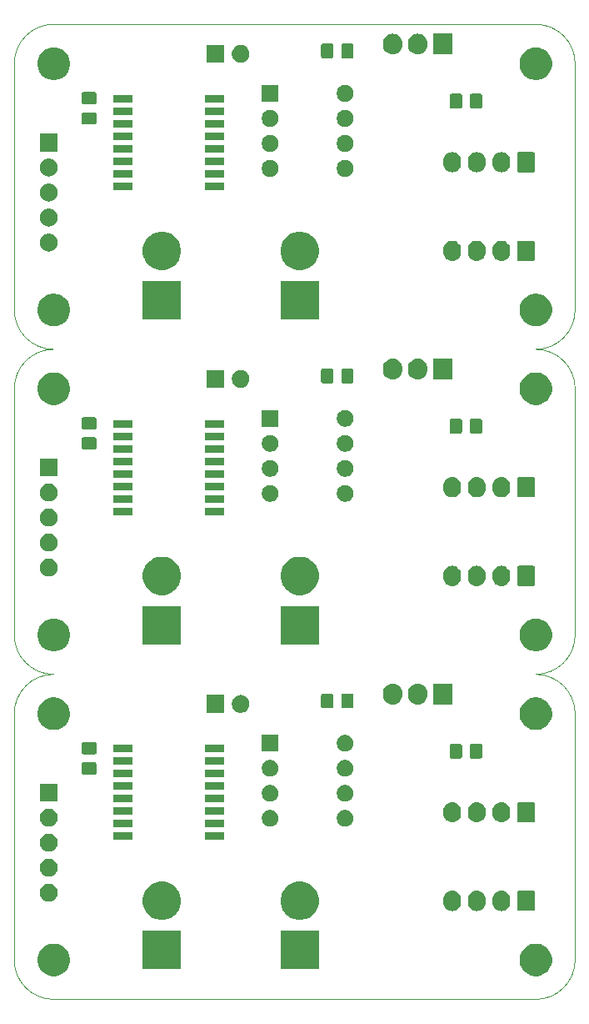
<source format=gbr>
G04 #@! TF.GenerationSoftware,KiCad,Pcbnew,(5.1.5)-3*
G04 #@! TF.CreationDate,2020-02-20T05:13:05+09:00*
G04 #@! TF.ProjectId,ServoDriver-order,53657276-6f44-4726-9976-65722d6f7264,rev?*
G04 #@! TF.SameCoordinates,Original*
G04 #@! TF.FileFunction,Soldermask,Top*
G04 #@! TF.FilePolarity,Negative*
%FSLAX46Y46*%
G04 Gerber Fmt 4.6, Leading zero omitted, Abs format (unit mm)*
G04 Created by KiCad (PCBNEW (5.1.5)-3) date 2020-02-20 05:13:05*
%MOMM*%
%LPD*%
G04 APERTURE LIST*
%ADD10C,0.050000*%
%ADD11C,0.100000*%
G04 APERTURE END LIST*
D10*
X168000000Y-57000000D02*
X119000000Y-57000000D01*
X172000000Y-86000000D02*
G75*
G02X168000000Y-90000000I-4000000J0D01*
G01*
X172000000Y-119000000D02*
G75*
G02X168000000Y-123000000I-4000000J0D01*
G01*
X115000000Y-61000000D02*
X115000000Y-86000000D01*
X115000000Y-94000000D02*
X115000000Y-119000000D01*
X172000000Y-86000000D02*
X172000000Y-61000000D01*
X172000000Y-119000000D02*
X172000000Y-94000000D01*
X168000000Y-57000000D02*
G75*
G02X172000000Y-61000000I0J-4000000D01*
G01*
X168000000Y-90000000D02*
G75*
G02X172000000Y-94000000I0J-4000000D01*
G01*
X115000000Y-61000000D02*
G75*
G02X119000000Y-57000000I4000000J0D01*
G01*
X115000000Y-94000000D02*
G75*
G02X119000000Y-90000000I4000000J0D01*
G01*
X119000000Y-90000000D02*
G75*
G02X115000000Y-86000000I0J4000000D01*
G01*
X119000000Y-123000000D02*
G75*
G02X115000000Y-119000000I0J4000000D01*
G01*
X172000000Y-152000000D02*
G75*
G02X168000000Y-156000000I-4000000J0D01*
G01*
X119000000Y-156000000D02*
X168000000Y-156000000D01*
X119000000Y-156000000D02*
G75*
G02X115000000Y-152000000I0J4000000D01*
G01*
X115000000Y-127000000D02*
G75*
G02X119000000Y-123000000I4000000J0D01*
G01*
X168000000Y-123000000D02*
G75*
G02X172000000Y-127000000I0J-4000000D01*
G01*
X172000000Y-152000000D02*
X172000000Y-127000000D01*
X115000000Y-127000000D02*
X115000000Y-152000000D01*
D11*
G36*
X168375256Y-150391298D02*
G01*
X168481579Y-150412447D01*
X168782042Y-150536903D01*
X169052451Y-150717585D01*
X169282415Y-150947549D01*
X169463097Y-151217958D01*
X169587553Y-151518421D01*
X169651000Y-151837391D01*
X169651000Y-152162609D01*
X169587553Y-152481579D01*
X169463097Y-152782042D01*
X169282415Y-153052451D01*
X169052451Y-153282415D01*
X168782042Y-153463097D01*
X168481579Y-153587553D01*
X168375256Y-153608702D01*
X168162611Y-153651000D01*
X167837389Y-153651000D01*
X167624744Y-153608702D01*
X167518421Y-153587553D01*
X167217958Y-153463097D01*
X166947549Y-153282415D01*
X166717585Y-153052451D01*
X166536903Y-152782042D01*
X166412447Y-152481579D01*
X166349000Y-152162609D01*
X166349000Y-151837391D01*
X166412447Y-151518421D01*
X166536903Y-151217958D01*
X166717585Y-150947549D01*
X166947549Y-150717585D01*
X167217958Y-150536903D01*
X167518421Y-150412447D01*
X167624744Y-150391298D01*
X167837389Y-150349000D01*
X168162611Y-150349000D01*
X168375256Y-150391298D01*
G37*
G36*
X119375256Y-150391298D02*
G01*
X119481579Y-150412447D01*
X119782042Y-150536903D01*
X120052451Y-150717585D01*
X120282415Y-150947549D01*
X120463097Y-151217958D01*
X120587553Y-151518421D01*
X120651000Y-151837391D01*
X120651000Y-152162609D01*
X120587553Y-152481579D01*
X120463097Y-152782042D01*
X120282415Y-153052451D01*
X120052451Y-153282415D01*
X119782042Y-153463097D01*
X119481579Y-153587553D01*
X119375256Y-153608702D01*
X119162611Y-153651000D01*
X118837389Y-153651000D01*
X118624744Y-153608702D01*
X118518421Y-153587553D01*
X118217958Y-153463097D01*
X117947549Y-153282415D01*
X117717585Y-153052451D01*
X117536903Y-152782042D01*
X117412447Y-152481579D01*
X117349000Y-152162609D01*
X117349000Y-151837391D01*
X117412447Y-151518421D01*
X117536903Y-151217958D01*
X117717585Y-150947549D01*
X117947549Y-150717585D01*
X118217958Y-150536903D01*
X118518421Y-150412447D01*
X118624744Y-150391298D01*
X118837389Y-150349000D01*
X119162611Y-150349000D01*
X119375256Y-150391298D01*
G37*
G36*
X131951000Y-152951000D02*
G01*
X128049000Y-152951000D01*
X128049000Y-149049000D01*
X131951000Y-149049000D01*
X131951000Y-152951000D01*
G37*
G36*
X145951000Y-152951000D02*
G01*
X142049000Y-152951000D01*
X142049000Y-149049000D01*
X145951000Y-149049000D01*
X145951000Y-152951000D01*
G37*
G36*
X144569085Y-144123975D02*
G01*
X144924143Y-144271045D01*
X144924145Y-144271046D01*
X145243690Y-144484559D01*
X145515441Y-144756310D01*
X145713614Y-145052897D01*
X145728955Y-145075857D01*
X145876025Y-145430915D01*
X145951000Y-145807842D01*
X145951000Y-146192158D01*
X145876025Y-146569085D01*
X145745748Y-146883600D01*
X145728954Y-146924145D01*
X145515441Y-147243690D01*
X145243690Y-147515441D01*
X144924145Y-147728954D01*
X144924144Y-147728955D01*
X144924143Y-147728955D01*
X144569085Y-147876025D01*
X144192158Y-147951000D01*
X143807842Y-147951000D01*
X143430915Y-147876025D01*
X143075857Y-147728955D01*
X143075856Y-147728955D01*
X143075855Y-147728954D01*
X142756310Y-147515441D01*
X142484559Y-147243690D01*
X142271046Y-146924145D01*
X142254252Y-146883600D01*
X142123975Y-146569085D01*
X142049000Y-146192158D01*
X142049000Y-145807842D01*
X142123975Y-145430915D01*
X142271045Y-145075857D01*
X142286386Y-145052897D01*
X142484559Y-144756310D01*
X142756310Y-144484559D01*
X143075855Y-144271046D01*
X143075857Y-144271045D01*
X143430915Y-144123975D01*
X143807842Y-144049000D01*
X144192158Y-144049000D01*
X144569085Y-144123975D01*
G37*
G36*
X130569085Y-144123975D02*
G01*
X130924143Y-144271045D01*
X130924145Y-144271046D01*
X131243690Y-144484559D01*
X131515441Y-144756310D01*
X131713614Y-145052897D01*
X131728955Y-145075857D01*
X131876025Y-145430915D01*
X131951000Y-145807842D01*
X131951000Y-146192158D01*
X131876025Y-146569085D01*
X131745748Y-146883600D01*
X131728954Y-146924145D01*
X131515441Y-147243690D01*
X131243690Y-147515441D01*
X130924145Y-147728954D01*
X130924144Y-147728955D01*
X130924143Y-147728955D01*
X130569085Y-147876025D01*
X130192158Y-147951000D01*
X129807842Y-147951000D01*
X129430915Y-147876025D01*
X129075857Y-147728955D01*
X129075856Y-147728955D01*
X129075855Y-147728954D01*
X128756310Y-147515441D01*
X128484559Y-147243690D01*
X128271046Y-146924145D01*
X128254252Y-146883600D01*
X128123975Y-146569085D01*
X128049000Y-146192158D01*
X128049000Y-145807842D01*
X128123975Y-145430915D01*
X128271045Y-145075857D01*
X128286386Y-145052897D01*
X128484559Y-144756310D01*
X128756310Y-144484559D01*
X129075855Y-144271046D01*
X129075857Y-144271045D01*
X129430915Y-144123975D01*
X129807842Y-144049000D01*
X130192158Y-144049000D01*
X130569085Y-144123975D01*
G37*
G36*
X164676627Y-144987037D02*
G01*
X164846466Y-145038557D01*
X165002991Y-145122222D01*
X165038729Y-145151552D01*
X165140186Y-145234814D01*
X165223448Y-145336271D01*
X165252778Y-145372009D01*
X165336443Y-145528534D01*
X165387963Y-145698374D01*
X165391507Y-145734354D01*
X165398745Y-145807842D01*
X165401000Y-145830743D01*
X165401000Y-146169258D01*
X165387963Y-146301627D01*
X165336443Y-146471466D01*
X165252778Y-146627991D01*
X165223448Y-146663729D01*
X165140186Y-146765186D01*
X165002989Y-146877779D01*
X164846467Y-146961442D01*
X164846465Y-146961443D01*
X164676626Y-147012963D01*
X164500000Y-147030359D01*
X164323373Y-147012963D01*
X164153534Y-146961443D01*
X163997009Y-146877778D01*
X163954750Y-146843097D01*
X163859814Y-146765186D01*
X163747221Y-146627989D01*
X163663558Y-146471467D01*
X163663557Y-146471465D01*
X163612037Y-146301626D01*
X163605519Y-146235442D01*
X163599000Y-146169259D01*
X163599000Y-145830740D01*
X163612037Y-145698375D01*
X163612037Y-145698373D01*
X163663557Y-145528534D01*
X163747222Y-145372009D01*
X163859815Y-145234815D01*
X163997010Y-145122222D01*
X164153535Y-145038557D01*
X164323374Y-144987037D01*
X164500000Y-144969641D01*
X164676627Y-144987037D01*
G37*
G36*
X162176627Y-144987037D02*
G01*
X162346466Y-145038557D01*
X162502991Y-145122222D01*
X162538729Y-145151552D01*
X162640186Y-145234814D01*
X162723448Y-145336271D01*
X162752778Y-145372009D01*
X162836443Y-145528534D01*
X162887963Y-145698374D01*
X162891507Y-145734354D01*
X162898745Y-145807842D01*
X162901000Y-145830743D01*
X162901000Y-146169258D01*
X162887963Y-146301627D01*
X162836443Y-146471466D01*
X162752778Y-146627991D01*
X162723448Y-146663729D01*
X162640186Y-146765186D01*
X162502989Y-146877779D01*
X162346467Y-146961442D01*
X162346465Y-146961443D01*
X162176626Y-147012963D01*
X162000000Y-147030359D01*
X161823373Y-147012963D01*
X161653534Y-146961443D01*
X161497009Y-146877778D01*
X161454750Y-146843097D01*
X161359814Y-146765186D01*
X161247221Y-146627989D01*
X161163558Y-146471467D01*
X161163557Y-146471465D01*
X161112037Y-146301626D01*
X161105519Y-146235442D01*
X161099000Y-146169259D01*
X161099000Y-145830740D01*
X161112037Y-145698375D01*
X161112037Y-145698373D01*
X161163557Y-145528534D01*
X161247222Y-145372009D01*
X161359815Y-145234815D01*
X161497010Y-145122222D01*
X161653535Y-145038557D01*
X161823374Y-144987037D01*
X162000000Y-144969641D01*
X162176627Y-144987037D01*
G37*
G36*
X159676627Y-144987037D02*
G01*
X159846466Y-145038557D01*
X160002991Y-145122222D01*
X160038729Y-145151552D01*
X160140186Y-145234814D01*
X160223448Y-145336271D01*
X160252778Y-145372009D01*
X160336443Y-145528534D01*
X160387963Y-145698374D01*
X160391507Y-145734354D01*
X160398745Y-145807842D01*
X160401000Y-145830743D01*
X160401000Y-146169258D01*
X160387963Y-146301627D01*
X160336443Y-146471466D01*
X160252778Y-146627991D01*
X160223448Y-146663729D01*
X160140186Y-146765186D01*
X160002989Y-146877779D01*
X159846467Y-146961442D01*
X159846465Y-146961443D01*
X159676626Y-147012963D01*
X159500000Y-147030359D01*
X159323373Y-147012963D01*
X159153534Y-146961443D01*
X158997009Y-146877778D01*
X158954750Y-146843097D01*
X158859814Y-146765186D01*
X158747221Y-146627989D01*
X158663558Y-146471467D01*
X158663557Y-146471465D01*
X158612037Y-146301626D01*
X158605519Y-146235442D01*
X158599000Y-146169259D01*
X158599000Y-145830740D01*
X158612037Y-145698375D01*
X158612037Y-145698373D01*
X158663557Y-145528534D01*
X158747222Y-145372009D01*
X158859815Y-145234815D01*
X158997010Y-145122222D01*
X159153535Y-145038557D01*
X159323374Y-144987037D01*
X159500000Y-144969641D01*
X159676627Y-144987037D01*
G37*
G36*
X167758600Y-144977989D02*
G01*
X167791652Y-144988015D01*
X167822103Y-145004292D01*
X167848799Y-145026201D01*
X167870708Y-145052897D01*
X167886985Y-145083348D01*
X167897011Y-145116400D01*
X167901000Y-145156903D01*
X167901000Y-146843097D01*
X167897011Y-146883600D01*
X167886985Y-146916652D01*
X167870708Y-146947103D01*
X167848799Y-146973799D01*
X167822103Y-146995708D01*
X167791652Y-147011985D01*
X167758600Y-147022011D01*
X167718097Y-147026000D01*
X166281903Y-147026000D01*
X166241400Y-147022011D01*
X166208348Y-147011985D01*
X166177897Y-146995708D01*
X166151201Y-146973799D01*
X166129292Y-146947103D01*
X166113015Y-146916652D01*
X166102989Y-146883600D01*
X166099000Y-146843097D01*
X166099000Y-145156903D01*
X166102989Y-145116400D01*
X166113015Y-145083348D01*
X166129292Y-145052897D01*
X166151201Y-145026201D01*
X166177897Y-145004292D01*
X166208348Y-144988015D01*
X166241400Y-144977989D01*
X166281903Y-144974000D01*
X167718097Y-144974000D01*
X167758600Y-144977989D01*
G37*
G36*
X118613512Y-144263927D02*
G01*
X118762812Y-144293624D01*
X118926784Y-144361544D01*
X119074354Y-144460147D01*
X119199853Y-144585646D01*
X119298456Y-144733216D01*
X119366376Y-144897188D01*
X119401000Y-145071259D01*
X119401000Y-145248741D01*
X119366376Y-145422812D01*
X119298456Y-145586784D01*
X119199853Y-145734354D01*
X119074354Y-145859853D01*
X118926784Y-145958456D01*
X118762812Y-146026376D01*
X118613512Y-146056073D01*
X118588742Y-146061000D01*
X118411258Y-146061000D01*
X118386488Y-146056073D01*
X118237188Y-146026376D01*
X118073216Y-145958456D01*
X117925646Y-145859853D01*
X117800147Y-145734354D01*
X117701544Y-145586784D01*
X117633624Y-145422812D01*
X117599000Y-145248741D01*
X117599000Y-145071259D01*
X117633624Y-144897188D01*
X117701544Y-144733216D01*
X117800147Y-144585646D01*
X117925646Y-144460147D01*
X118073216Y-144361544D01*
X118237188Y-144293624D01*
X118386488Y-144263927D01*
X118411258Y-144259000D01*
X118588742Y-144259000D01*
X118613512Y-144263927D01*
G37*
G36*
X118613512Y-141723927D02*
G01*
X118762812Y-141753624D01*
X118926784Y-141821544D01*
X119074354Y-141920147D01*
X119199853Y-142045646D01*
X119298456Y-142193216D01*
X119366376Y-142357188D01*
X119401000Y-142531259D01*
X119401000Y-142708741D01*
X119366376Y-142882812D01*
X119298456Y-143046784D01*
X119199853Y-143194354D01*
X119074354Y-143319853D01*
X118926784Y-143418456D01*
X118762812Y-143486376D01*
X118613512Y-143516073D01*
X118588742Y-143521000D01*
X118411258Y-143521000D01*
X118386488Y-143516073D01*
X118237188Y-143486376D01*
X118073216Y-143418456D01*
X117925646Y-143319853D01*
X117800147Y-143194354D01*
X117701544Y-143046784D01*
X117633624Y-142882812D01*
X117599000Y-142708741D01*
X117599000Y-142531259D01*
X117633624Y-142357188D01*
X117701544Y-142193216D01*
X117800147Y-142045646D01*
X117925646Y-141920147D01*
X118073216Y-141821544D01*
X118237188Y-141753624D01*
X118386488Y-141723927D01*
X118411258Y-141719000D01*
X118588742Y-141719000D01*
X118613512Y-141723927D01*
G37*
G36*
X118613512Y-139183927D02*
G01*
X118762812Y-139213624D01*
X118926784Y-139281544D01*
X119074354Y-139380147D01*
X119199853Y-139505646D01*
X119298456Y-139653216D01*
X119366376Y-139817188D01*
X119401000Y-139991259D01*
X119401000Y-140168741D01*
X119366376Y-140342812D01*
X119298456Y-140506784D01*
X119199853Y-140654354D01*
X119074354Y-140779853D01*
X118926784Y-140878456D01*
X118762812Y-140946376D01*
X118613512Y-140976073D01*
X118588742Y-140981000D01*
X118411258Y-140981000D01*
X118386488Y-140976073D01*
X118237188Y-140946376D01*
X118073216Y-140878456D01*
X117925646Y-140779853D01*
X117800147Y-140654354D01*
X117701544Y-140506784D01*
X117633624Y-140342812D01*
X117599000Y-140168741D01*
X117599000Y-139991259D01*
X117633624Y-139817188D01*
X117701544Y-139653216D01*
X117800147Y-139505646D01*
X117925646Y-139380147D01*
X118073216Y-139281544D01*
X118237188Y-139213624D01*
X118386488Y-139183927D01*
X118411258Y-139179000D01*
X118588742Y-139179000D01*
X118613512Y-139183927D01*
G37*
G36*
X136326000Y-139821000D02*
G01*
X134374000Y-139821000D01*
X134374000Y-139069000D01*
X136326000Y-139069000D01*
X136326000Y-139821000D01*
G37*
G36*
X126976000Y-139821000D02*
G01*
X125024000Y-139821000D01*
X125024000Y-139069000D01*
X126976000Y-139069000D01*
X126976000Y-139821000D01*
G37*
G36*
X126976000Y-138551000D02*
G01*
X125024000Y-138551000D01*
X125024000Y-137799000D01*
X126976000Y-137799000D01*
X126976000Y-138551000D01*
G37*
G36*
X136326000Y-138551000D02*
G01*
X134374000Y-138551000D01*
X134374000Y-137799000D01*
X136326000Y-137799000D01*
X136326000Y-138551000D01*
G37*
G36*
X141248228Y-136801703D02*
G01*
X141403100Y-136865853D01*
X141542481Y-136958985D01*
X141661015Y-137077519D01*
X141754147Y-137216900D01*
X141818297Y-137371772D01*
X141851000Y-137536184D01*
X141851000Y-137703816D01*
X141818297Y-137868228D01*
X141754147Y-138023100D01*
X141661015Y-138162481D01*
X141542481Y-138281015D01*
X141403100Y-138374147D01*
X141248228Y-138438297D01*
X141083816Y-138471000D01*
X140916184Y-138471000D01*
X140751772Y-138438297D01*
X140596900Y-138374147D01*
X140457519Y-138281015D01*
X140338985Y-138162481D01*
X140245853Y-138023100D01*
X140181703Y-137868228D01*
X140149000Y-137703816D01*
X140149000Y-137536184D01*
X140181703Y-137371772D01*
X140245853Y-137216900D01*
X140338985Y-137077519D01*
X140457519Y-136958985D01*
X140596900Y-136865853D01*
X140751772Y-136801703D01*
X140916184Y-136769000D01*
X141083816Y-136769000D01*
X141248228Y-136801703D01*
G37*
G36*
X148868228Y-136801703D02*
G01*
X149023100Y-136865853D01*
X149162481Y-136958985D01*
X149281015Y-137077519D01*
X149374147Y-137216900D01*
X149438297Y-137371772D01*
X149471000Y-137536184D01*
X149471000Y-137703816D01*
X149438297Y-137868228D01*
X149374147Y-138023100D01*
X149281015Y-138162481D01*
X149162481Y-138281015D01*
X149023100Y-138374147D01*
X148868228Y-138438297D01*
X148703816Y-138471000D01*
X148536184Y-138471000D01*
X148371772Y-138438297D01*
X148216900Y-138374147D01*
X148077519Y-138281015D01*
X147958985Y-138162481D01*
X147865853Y-138023100D01*
X147801703Y-137868228D01*
X147769000Y-137703816D01*
X147769000Y-137536184D01*
X147801703Y-137371772D01*
X147865853Y-137216900D01*
X147958985Y-137077519D01*
X148077519Y-136958985D01*
X148216900Y-136865853D01*
X148371772Y-136801703D01*
X148536184Y-136769000D01*
X148703816Y-136769000D01*
X148868228Y-136801703D01*
G37*
G36*
X118613512Y-136643927D02*
G01*
X118762812Y-136673624D01*
X118926784Y-136741544D01*
X119074354Y-136840147D01*
X119199853Y-136965646D01*
X119298456Y-137113216D01*
X119366376Y-137277188D01*
X119401000Y-137451259D01*
X119401000Y-137628741D01*
X119366376Y-137802812D01*
X119298456Y-137966784D01*
X119199853Y-138114354D01*
X119074354Y-138239853D01*
X118926784Y-138338456D01*
X118762812Y-138406376D01*
X118613512Y-138436073D01*
X118588742Y-138441000D01*
X118411258Y-138441000D01*
X118386488Y-138436073D01*
X118237188Y-138406376D01*
X118073216Y-138338456D01*
X117925646Y-138239853D01*
X117800147Y-138114354D01*
X117701544Y-137966784D01*
X117633624Y-137802812D01*
X117599000Y-137628741D01*
X117599000Y-137451259D01*
X117633624Y-137277188D01*
X117701544Y-137113216D01*
X117800147Y-136965646D01*
X117925646Y-136840147D01*
X118073216Y-136741544D01*
X118237188Y-136673624D01*
X118386488Y-136643927D01*
X118411258Y-136639000D01*
X118588742Y-136639000D01*
X118613512Y-136643927D01*
G37*
G36*
X159676627Y-135987037D02*
G01*
X159846466Y-136038557D01*
X160002991Y-136122222D01*
X160038729Y-136151552D01*
X160140186Y-136234814D01*
X160223448Y-136336271D01*
X160252778Y-136372009D01*
X160336443Y-136528534D01*
X160387963Y-136698374D01*
X160387963Y-136698376D01*
X160401000Y-136830741D01*
X160401000Y-137169260D01*
X160394481Y-137235443D01*
X160387963Y-137301627D01*
X160336443Y-137471466D01*
X160252778Y-137627991D01*
X160223448Y-137663729D01*
X160140186Y-137765186D01*
X160002989Y-137877779D01*
X159846467Y-137961442D01*
X159846465Y-137961443D01*
X159676626Y-138012963D01*
X159500000Y-138030359D01*
X159323373Y-138012963D01*
X159153534Y-137961443D01*
X158997009Y-137877778D01*
X158954750Y-137843097D01*
X158859814Y-137765186D01*
X158747221Y-137627989D01*
X158663558Y-137471467D01*
X158657428Y-137451259D01*
X158612037Y-137301626D01*
X158599000Y-137169257D01*
X158599000Y-136830742D01*
X158612037Y-136698373D01*
X158663557Y-136528534D01*
X158747222Y-136372009D01*
X158859815Y-136234815D01*
X158997010Y-136122222D01*
X159153535Y-136038557D01*
X159323374Y-135987037D01*
X159500000Y-135969641D01*
X159676627Y-135987037D01*
G37*
G36*
X162176627Y-135987037D02*
G01*
X162346466Y-136038557D01*
X162502991Y-136122222D01*
X162538729Y-136151552D01*
X162640186Y-136234814D01*
X162723448Y-136336271D01*
X162752778Y-136372009D01*
X162836443Y-136528534D01*
X162887963Y-136698374D01*
X162887963Y-136698376D01*
X162901000Y-136830741D01*
X162901000Y-137169260D01*
X162894481Y-137235443D01*
X162887963Y-137301627D01*
X162836443Y-137471466D01*
X162752778Y-137627991D01*
X162723448Y-137663729D01*
X162640186Y-137765186D01*
X162502989Y-137877779D01*
X162346467Y-137961442D01*
X162346465Y-137961443D01*
X162176626Y-138012963D01*
X162000000Y-138030359D01*
X161823373Y-138012963D01*
X161653534Y-137961443D01*
X161497009Y-137877778D01*
X161454750Y-137843097D01*
X161359814Y-137765186D01*
X161247221Y-137627989D01*
X161163558Y-137471467D01*
X161157428Y-137451259D01*
X161112037Y-137301626D01*
X161099000Y-137169257D01*
X161099000Y-136830742D01*
X161112037Y-136698373D01*
X161163557Y-136528534D01*
X161247222Y-136372009D01*
X161359815Y-136234815D01*
X161497010Y-136122222D01*
X161653535Y-136038557D01*
X161823374Y-135987037D01*
X162000000Y-135969641D01*
X162176627Y-135987037D01*
G37*
G36*
X164676627Y-135987037D02*
G01*
X164846466Y-136038557D01*
X165002991Y-136122222D01*
X165038729Y-136151552D01*
X165140186Y-136234814D01*
X165223448Y-136336271D01*
X165252778Y-136372009D01*
X165336443Y-136528534D01*
X165387963Y-136698374D01*
X165387963Y-136698376D01*
X165401000Y-136830741D01*
X165401000Y-137169260D01*
X165394481Y-137235443D01*
X165387963Y-137301627D01*
X165336443Y-137471466D01*
X165252778Y-137627991D01*
X165223448Y-137663729D01*
X165140186Y-137765186D01*
X165002989Y-137877779D01*
X164846467Y-137961442D01*
X164846465Y-137961443D01*
X164676626Y-138012963D01*
X164500000Y-138030359D01*
X164323373Y-138012963D01*
X164153534Y-137961443D01*
X163997009Y-137877778D01*
X163954750Y-137843097D01*
X163859814Y-137765186D01*
X163747221Y-137627989D01*
X163663558Y-137471467D01*
X163657428Y-137451259D01*
X163612037Y-137301626D01*
X163599000Y-137169257D01*
X163599000Y-136830742D01*
X163612037Y-136698373D01*
X163663557Y-136528534D01*
X163747222Y-136372009D01*
X163859815Y-136234815D01*
X163997010Y-136122222D01*
X164153535Y-136038557D01*
X164323374Y-135987037D01*
X164500000Y-135969641D01*
X164676627Y-135987037D01*
G37*
G36*
X167758600Y-135977989D02*
G01*
X167791652Y-135988015D01*
X167822103Y-136004292D01*
X167848799Y-136026201D01*
X167870708Y-136052897D01*
X167886985Y-136083348D01*
X167897011Y-136116400D01*
X167901000Y-136156903D01*
X167901000Y-137843097D01*
X167897011Y-137883600D01*
X167886985Y-137916652D01*
X167870708Y-137947103D01*
X167848799Y-137973799D01*
X167822103Y-137995708D01*
X167791652Y-138011985D01*
X167758600Y-138022011D01*
X167718097Y-138026000D01*
X166281903Y-138026000D01*
X166241400Y-138022011D01*
X166208348Y-138011985D01*
X166177897Y-137995708D01*
X166151201Y-137973799D01*
X166129292Y-137947103D01*
X166113015Y-137916652D01*
X166102989Y-137883600D01*
X166099000Y-137843097D01*
X166099000Y-136156903D01*
X166102989Y-136116400D01*
X166113015Y-136083348D01*
X166129292Y-136052897D01*
X166151201Y-136026201D01*
X166177897Y-136004292D01*
X166208348Y-135988015D01*
X166241400Y-135977989D01*
X166281903Y-135974000D01*
X167718097Y-135974000D01*
X167758600Y-135977989D01*
G37*
G36*
X126976000Y-137281000D02*
G01*
X125024000Y-137281000D01*
X125024000Y-136529000D01*
X126976000Y-136529000D01*
X126976000Y-137281000D01*
G37*
G36*
X136326000Y-137281000D02*
G01*
X134374000Y-137281000D01*
X134374000Y-136529000D01*
X136326000Y-136529000D01*
X136326000Y-137281000D01*
G37*
G36*
X126976000Y-136011000D02*
G01*
X125024000Y-136011000D01*
X125024000Y-135259000D01*
X126976000Y-135259000D01*
X126976000Y-136011000D01*
G37*
G36*
X136326000Y-136011000D02*
G01*
X134374000Y-136011000D01*
X134374000Y-135259000D01*
X136326000Y-135259000D01*
X136326000Y-136011000D01*
G37*
G36*
X141248228Y-134261703D02*
G01*
X141403100Y-134325853D01*
X141542481Y-134418985D01*
X141661015Y-134537519D01*
X141754147Y-134676900D01*
X141818297Y-134831772D01*
X141851000Y-134996184D01*
X141851000Y-135163816D01*
X141818297Y-135328228D01*
X141754147Y-135483100D01*
X141661015Y-135622481D01*
X141542481Y-135741015D01*
X141403100Y-135834147D01*
X141248228Y-135898297D01*
X141083816Y-135931000D01*
X140916184Y-135931000D01*
X140751772Y-135898297D01*
X140596900Y-135834147D01*
X140457519Y-135741015D01*
X140338985Y-135622481D01*
X140245853Y-135483100D01*
X140181703Y-135328228D01*
X140149000Y-135163816D01*
X140149000Y-134996184D01*
X140181703Y-134831772D01*
X140245853Y-134676900D01*
X140338985Y-134537519D01*
X140457519Y-134418985D01*
X140596900Y-134325853D01*
X140751772Y-134261703D01*
X140916184Y-134229000D01*
X141083816Y-134229000D01*
X141248228Y-134261703D01*
G37*
G36*
X148868228Y-134261703D02*
G01*
X149023100Y-134325853D01*
X149162481Y-134418985D01*
X149281015Y-134537519D01*
X149374147Y-134676900D01*
X149438297Y-134831772D01*
X149471000Y-134996184D01*
X149471000Y-135163816D01*
X149438297Y-135328228D01*
X149374147Y-135483100D01*
X149281015Y-135622481D01*
X149162481Y-135741015D01*
X149023100Y-135834147D01*
X148868228Y-135898297D01*
X148703816Y-135931000D01*
X148536184Y-135931000D01*
X148371772Y-135898297D01*
X148216900Y-135834147D01*
X148077519Y-135741015D01*
X147958985Y-135622481D01*
X147865853Y-135483100D01*
X147801703Y-135328228D01*
X147769000Y-135163816D01*
X147769000Y-134996184D01*
X147801703Y-134831772D01*
X147865853Y-134676900D01*
X147958985Y-134537519D01*
X148077519Y-134418985D01*
X148216900Y-134325853D01*
X148371772Y-134261703D01*
X148536184Y-134229000D01*
X148703816Y-134229000D01*
X148868228Y-134261703D01*
G37*
G36*
X119401000Y-135901000D02*
G01*
X117599000Y-135901000D01*
X117599000Y-134099000D01*
X119401000Y-134099000D01*
X119401000Y-135901000D01*
G37*
G36*
X136326000Y-134741000D02*
G01*
X134374000Y-134741000D01*
X134374000Y-133989000D01*
X136326000Y-133989000D01*
X136326000Y-134741000D01*
G37*
G36*
X126976000Y-134741000D02*
G01*
X125024000Y-134741000D01*
X125024000Y-133989000D01*
X126976000Y-133989000D01*
X126976000Y-134741000D01*
G37*
G36*
X126976000Y-133471000D02*
G01*
X125024000Y-133471000D01*
X125024000Y-132719000D01*
X126976000Y-132719000D01*
X126976000Y-133471000D01*
G37*
G36*
X136326000Y-133471000D02*
G01*
X134374000Y-133471000D01*
X134374000Y-132719000D01*
X136326000Y-132719000D01*
X136326000Y-133471000D01*
G37*
G36*
X141248228Y-131721703D02*
G01*
X141403100Y-131785853D01*
X141542481Y-131878985D01*
X141661015Y-131997519D01*
X141754147Y-132136900D01*
X141818297Y-132291772D01*
X141851000Y-132456184D01*
X141851000Y-132623816D01*
X141818297Y-132788228D01*
X141754147Y-132943100D01*
X141661015Y-133082481D01*
X141542481Y-133201015D01*
X141403100Y-133294147D01*
X141248228Y-133358297D01*
X141083816Y-133391000D01*
X140916184Y-133391000D01*
X140751772Y-133358297D01*
X140596900Y-133294147D01*
X140457519Y-133201015D01*
X140338985Y-133082481D01*
X140245853Y-132943100D01*
X140181703Y-132788228D01*
X140149000Y-132623816D01*
X140149000Y-132456184D01*
X140181703Y-132291772D01*
X140245853Y-132136900D01*
X140338985Y-131997519D01*
X140457519Y-131878985D01*
X140596900Y-131785853D01*
X140751772Y-131721703D01*
X140916184Y-131689000D01*
X141083816Y-131689000D01*
X141248228Y-131721703D01*
G37*
G36*
X148868228Y-131721703D02*
G01*
X149023100Y-131785853D01*
X149162481Y-131878985D01*
X149281015Y-131997519D01*
X149374147Y-132136900D01*
X149438297Y-132291772D01*
X149471000Y-132456184D01*
X149471000Y-132623816D01*
X149438297Y-132788228D01*
X149374147Y-132943100D01*
X149281015Y-133082481D01*
X149162481Y-133201015D01*
X149023100Y-133294147D01*
X148868228Y-133358297D01*
X148703816Y-133391000D01*
X148536184Y-133391000D01*
X148371772Y-133358297D01*
X148216900Y-133294147D01*
X148077519Y-133201015D01*
X147958985Y-133082481D01*
X147865853Y-132943100D01*
X147801703Y-132788228D01*
X147769000Y-132623816D01*
X147769000Y-132456184D01*
X147801703Y-132291772D01*
X147865853Y-132136900D01*
X147958985Y-131997519D01*
X148077519Y-131878985D01*
X148216900Y-131785853D01*
X148371772Y-131721703D01*
X148536184Y-131689000D01*
X148703816Y-131689000D01*
X148868228Y-131721703D01*
G37*
G36*
X123188674Y-131928465D02*
G01*
X123226367Y-131939899D01*
X123261103Y-131958466D01*
X123291548Y-131983452D01*
X123316534Y-132013897D01*
X123335101Y-132048633D01*
X123346535Y-132086326D01*
X123351000Y-132131661D01*
X123351000Y-132968339D01*
X123346535Y-133013674D01*
X123335101Y-133051367D01*
X123316534Y-133086103D01*
X123291548Y-133116548D01*
X123261103Y-133141534D01*
X123226367Y-133160101D01*
X123188674Y-133171535D01*
X123143339Y-133176000D01*
X122056661Y-133176000D01*
X122011326Y-133171535D01*
X121973633Y-133160101D01*
X121938897Y-133141534D01*
X121908452Y-133116548D01*
X121883466Y-133086103D01*
X121864899Y-133051367D01*
X121853465Y-133013674D01*
X121849000Y-132968339D01*
X121849000Y-132131661D01*
X121853465Y-132086326D01*
X121864899Y-132048633D01*
X121883466Y-132013897D01*
X121908452Y-131983452D01*
X121938897Y-131958466D01*
X121973633Y-131939899D01*
X122011326Y-131928465D01*
X122056661Y-131924000D01*
X123143339Y-131924000D01*
X123188674Y-131928465D01*
G37*
G36*
X126976000Y-132201000D02*
G01*
X125024000Y-132201000D01*
X125024000Y-131449000D01*
X126976000Y-131449000D01*
X126976000Y-132201000D01*
G37*
G36*
X136326000Y-132201000D02*
G01*
X134374000Y-132201000D01*
X134374000Y-131449000D01*
X136326000Y-131449000D01*
X136326000Y-132201000D01*
G37*
G36*
X160338674Y-130053465D02*
G01*
X160376367Y-130064899D01*
X160411103Y-130083466D01*
X160441548Y-130108452D01*
X160466534Y-130138897D01*
X160485101Y-130173633D01*
X160496535Y-130211326D01*
X160501000Y-130256661D01*
X160501000Y-131343339D01*
X160496535Y-131388674D01*
X160485101Y-131426367D01*
X160466534Y-131461103D01*
X160441548Y-131491548D01*
X160411103Y-131516534D01*
X160376367Y-131535101D01*
X160338674Y-131546535D01*
X160293339Y-131551000D01*
X159456661Y-131551000D01*
X159411326Y-131546535D01*
X159373633Y-131535101D01*
X159338897Y-131516534D01*
X159308452Y-131491548D01*
X159283466Y-131461103D01*
X159264899Y-131426367D01*
X159253465Y-131388674D01*
X159249000Y-131343339D01*
X159249000Y-130256661D01*
X159253465Y-130211326D01*
X159264899Y-130173633D01*
X159283466Y-130138897D01*
X159308452Y-130108452D01*
X159338897Y-130083466D01*
X159373633Y-130064899D01*
X159411326Y-130053465D01*
X159456661Y-130049000D01*
X160293339Y-130049000D01*
X160338674Y-130053465D01*
G37*
G36*
X162388674Y-130053465D02*
G01*
X162426367Y-130064899D01*
X162461103Y-130083466D01*
X162491548Y-130108452D01*
X162516534Y-130138897D01*
X162535101Y-130173633D01*
X162546535Y-130211326D01*
X162551000Y-130256661D01*
X162551000Y-131343339D01*
X162546535Y-131388674D01*
X162535101Y-131426367D01*
X162516534Y-131461103D01*
X162491548Y-131491548D01*
X162461103Y-131516534D01*
X162426367Y-131535101D01*
X162388674Y-131546535D01*
X162343339Y-131551000D01*
X161506661Y-131551000D01*
X161461326Y-131546535D01*
X161423633Y-131535101D01*
X161388897Y-131516534D01*
X161358452Y-131491548D01*
X161333466Y-131461103D01*
X161314899Y-131426367D01*
X161303465Y-131388674D01*
X161299000Y-131343339D01*
X161299000Y-130256661D01*
X161303465Y-130211326D01*
X161314899Y-130173633D01*
X161333466Y-130138897D01*
X161358452Y-130108452D01*
X161388897Y-130083466D01*
X161423633Y-130064899D01*
X161461326Y-130053465D01*
X161506661Y-130049000D01*
X162343339Y-130049000D01*
X162388674Y-130053465D01*
G37*
G36*
X123188674Y-129878465D02*
G01*
X123226367Y-129889899D01*
X123261103Y-129908466D01*
X123291548Y-129933452D01*
X123316534Y-129963897D01*
X123335101Y-129998633D01*
X123346535Y-130036326D01*
X123351000Y-130081661D01*
X123351000Y-130918339D01*
X123346535Y-130963674D01*
X123335101Y-131001367D01*
X123316534Y-131036103D01*
X123291548Y-131066548D01*
X123261103Y-131091534D01*
X123226367Y-131110101D01*
X123188674Y-131121535D01*
X123143339Y-131126000D01*
X122056661Y-131126000D01*
X122011326Y-131121535D01*
X121973633Y-131110101D01*
X121938897Y-131091534D01*
X121908452Y-131066548D01*
X121883466Y-131036103D01*
X121864899Y-131001367D01*
X121853465Y-130963674D01*
X121849000Y-130918339D01*
X121849000Y-130081661D01*
X121853465Y-130036326D01*
X121864899Y-129998633D01*
X121883466Y-129963897D01*
X121908452Y-129933452D01*
X121938897Y-129908466D01*
X121973633Y-129889899D01*
X122011326Y-129878465D01*
X122056661Y-129874000D01*
X123143339Y-129874000D01*
X123188674Y-129878465D01*
G37*
G36*
X136326000Y-130931000D02*
G01*
X134374000Y-130931000D01*
X134374000Y-130179000D01*
X136326000Y-130179000D01*
X136326000Y-130931000D01*
G37*
G36*
X126976000Y-130931000D02*
G01*
X125024000Y-130931000D01*
X125024000Y-130179000D01*
X126976000Y-130179000D01*
X126976000Y-130931000D01*
G37*
G36*
X141851000Y-130851000D02*
G01*
X140149000Y-130851000D01*
X140149000Y-129149000D01*
X141851000Y-129149000D01*
X141851000Y-130851000D01*
G37*
G36*
X148868228Y-129181703D02*
G01*
X149023100Y-129245853D01*
X149162481Y-129338985D01*
X149281015Y-129457519D01*
X149374147Y-129596900D01*
X149438297Y-129751772D01*
X149471000Y-129916184D01*
X149471000Y-130083816D01*
X149438297Y-130248228D01*
X149374147Y-130403100D01*
X149281015Y-130542481D01*
X149162481Y-130661015D01*
X149023100Y-130754147D01*
X148868228Y-130818297D01*
X148703816Y-130851000D01*
X148536184Y-130851000D01*
X148371772Y-130818297D01*
X148216900Y-130754147D01*
X148077519Y-130661015D01*
X147958985Y-130542481D01*
X147865853Y-130403100D01*
X147801703Y-130248228D01*
X147769000Y-130083816D01*
X147769000Y-129916184D01*
X147801703Y-129751772D01*
X147865853Y-129596900D01*
X147958985Y-129457519D01*
X148077519Y-129338985D01*
X148216900Y-129245853D01*
X148371772Y-129181703D01*
X148536184Y-129149000D01*
X148703816Y-129149000D01*
X148868228Y-129181703D01*
G37*
G36*
X168375256Y-125391298D02*
G01*
X168481579Y-125412447D01*
X168782042Y-125536903D01*
X169052451Y-125717585D01*
X169282415Y-125947549D01*
X169463097Y-126217958D01*
X169587553Y-126518421D01*
X169598679Y-126574354D01*
X169643256Y-126798456D01*
X169651000Y-126837391D01*
X169651000Y-127162609D01*
X169587553Y-127481579D01*
X169463097Y-127782042D01*
X169282415Y-128052451D01*
X169052451Y-128282415D01*
X168782042Y-128463097D01*
X168481579Y-128587553D01*
X168375256Y-128608702D01*
X168162611Y-128651000D01*
X167837389Y-128651000D01*
X167624744Y-128608702D01*
X167518421Y-128587553D01*
X167217958Y-128463097D01*
X166947549Y-128282415D01*
X166717585Y-128052451D01*
X166536903Y-127782042D01*
X166412447Y-127481579D01*
X166349000Y-127162609D01*
X166349000Y-126837391D01*
X166356745Y-126798456D01*
X166401321Y-126574354D01*
X166412447Y-126518421D01*
X166536903Y-126217958D01*
X166717585Y-125947549D01*
X166947549Y-125717585D01*
X167217958Y-125536903D01*
X167518421Y-125412447D01*
X167624744Y-125391298D01*
X167837389Y-125349000D01*
X168162611Y-125349000D01*
X168375256Y-125391298D01*
G37*
G36*
X119375256Y-125391298D02*
G01*
X119481579Y-125412447D01*
X119782042Y-125536903D01*
X120052451Y-125717585D01*
X120282415Y-125947549D01*
X120463097Y-126217958D01*
X120587553Y-126518421D01*
X120598679Y-126574354D01*
X120643256Y-126798456D01*
X120651000Y-126837391D01*
X120651000Y-127162609D01*
X120587553Y-127481579D01*
X120463097Y-127782042D01*
X120282415Y-128052451D01*
X120052451Y-128282415D01*
X119782042Y-128463097D01*
X119481579Y-128587553D01*
X119375256Y-128608702D01*
X119162611Y-128651000D01*
X118837389Y-128651000D01*
X118624744Y-128608702D01*
X118518421Y-128587553D01*
X118217958Y-128463097D01*
X117947549Y-128282415D01*
X117717585Y-128052451D01*
X117536903Y-127782042D01*
X117412447Y-127481579D01*
X117349000Y-127162609D01*
X117349000Y-126837391D01*
X117356745Y-126798456D01*
X117401321Y-126574354D01*
X117412447Y-126518421D01*
X117536903Y-126217958D01*
X117717585Y-125947549D01*
X117947549Y-125717585D01*
X118217958Y-125536903D01*
X118518421Y-125412447D01*
X118624744Y-125391298D01*
X118837389Y-125349000D01*
X119162611Y-125349000D01*
X119375256Y-125391298D01*
G37*
G36*
X138113512Y-125103927D02*
G01*
X138262812Y-125133624D01*
X138426784Y-125201544D01*
X138574354Y-125300147D01*
X138699853Y-125425646D01*
X138798456Y-125573216D01*
X138866376Y-125737188D01*
X138901000Y-125911259D01*
X138901000Y-126088741D01*
X138866376Y-126262812D01*
X138798456Y-126426784D01*
X138699853Y-126574354D01*
X138574354Y-126699853D01*
X138426784Y-126798456D01*
X138262812Y-126866376D01*
X138113512Y-126896073D01*
X138088742Y-126901000D01*
X137911258Y-126901000D01*
X137886488Y-126896073D01*
X137737188Y-126866376D01*
X137573216Y-126798456D01*
X137425646Y-126699853D01*
X137300147Y-126574354D01*
X137201544Y-126426784D01*
X137133624Y-126262812D01*
X137099000Y-126088741D01*
X137099000Y-125911259D01*
X137133624Y-125737188D01*
X137201544Y-125573216D01*
X137300147Y-125425646D01*
X137425646Y-125300147D01*
X137573216Y-125201544D01*
X137737188Y-125133624D01*
X137886488Y-125103927D01*
X137911258Y-125099000D01*
X138088742Y-125099000D01*
X138113512Y-125103927D01*
G37*
G36*
X136361000Y-126901000D02*
G01*
X134559000Y-126901000D01*
X134559000Y-125099000D01*
X136361000Y-125099000D01*
X136361000Y-126901000D01*
G37*
G36*
X147263674Y-124953465D02*
G01*
X147301367Y-124964899D01*
X147336103Y-124983466D01*
X147366548Y-125008452D01*
X147391534Y-125038897D01*
X147410101Y-125073633D01*
X147421535Y-125111326D01*
X147426000Y-125156661D01*
X147426000Y-126243339D01*
X147421535Y-126288674D01*
X147410101Y-126326367D01*
X147391534Y-126361103D01*
X147366548Y-126391548D01*
X147336103Y-126416534D01*
X147301367Y-126435101D01*
X147263674Y-126446535D01*
X147218339Y-126451000D01*
X146381661Y-126451000D01*
X146336326Y-126446535D01*
X146298633Y-126435101D01*
X146263897Y-126416534D01*
X146233452Y-126391548D01*
X146208466Y-126361103D01*
X146189899Y-126326367D01*
X146178465Y-126288674D01*
X146174000Y-126243339D01*
X146174000Y-125156661D01*
X146178465Y-125111326D01*
X146189899Y-125073633D01*
X146208466Y-125038897D01*
X146233452Y-125008452D01*
X146263897Y-124983466D01*
X146298633Y-124964899D01*
X146336326Y-124953465D01*
X146381661Y-124949000D01*
X147218339Y-124949000D01*
X147263674Y-124953465D01*
G37*
G36*
X149313674Y-124953465D02*
G01*
X149351367Y-124964899D01*
X149386103Y-124983466D01*
X149416548Y-125008452D01*
X149441534Y-125038897D01*
X149460101Y-125073633D01*
X149471535Y-125111326D01*
X149476000Y-125156661D01*
X149476000Y-126243339D01*
X149471535Y-126288674D01*
X149460101Y-126326367D01*
X149441534Y-126361103D01*
X149416548Y-126391548D01*
X149386103Y-126416534D01*
X149351367Y-126435101D01*
X149313674Y-126446535D01*
X149268339Y-126451000D01*
X148431661Y-126451000D01*
X148386326Y-126446535D01*
X148348633Y-126435101D01*
X148313897Y-126416534D01*
X148283452Y-126391548D01*
X148258466Y-126361103D01*
X148239899Y-126326367D01*
X148228465Y-126288674D01*
X148224000Y-126243339D01*
X148224000Y-125156661D01*
X148228465Y-125111326D01*
X148239899Y-125073633D01*
X148258466Y-125038897D01*
X148283452Y-125008452D01*
X148313897Y-124983466D01*
X148348633Y-124964899D01*
X148386326Y-124953465D01*
X148431661Y-124949000D01*
X149268339Y-124949000D01*
X149313674Y-124953465D01*
G37*
G36*
X156196720Y-123963520D02*
G01*
X156385881Y-124020901D01*
X156560212Y-124114083D01*
X156713015Y-124239485D01*
X156838417Y-124392288D01*
X156882182Y-124474167D01*
X156931598Y-124566617D01*
X156931599Y-124566620D01*
X156988980Y-124755781D01*
X157003500Y-124903207D01*
X157003500Y-125096794D01*
X156988980Y-125244220D01*
X156931599Y-125433381D01*
X156838417Y-125607712D01*
X156713015Y-125760515D01*
X156560212Y-125885917D01*
X156512802Y-125911258D01*
X156385883Y-125979098D01*
X156385880Y-125979099D01*
X156196719Y-126036480D01*
X156000000Y-126055855D01*
X155803280Y-126036480D01*
X155614119Y-125979099D01*
X155439788Y-125885917D01*
X155286985Y-125760515D01*
X155161583Y-125607712D01*
X155117818Y-125525833D01*
X155068402Y-125433383D01*
X155027986Y-125300148D01*
X155011020Y-125244219D01*
X154996500Y-125096793D01*
X154996500Y-124903206D01*
X155011020Y-124755780D01*
X155068401Y-124566619D01*
X155161583Y-124392288D01*
X155286985Y-124239485D01*
X155439788Y-124114083D01*
X155614120Y-124020901D01*
X155803281Y-123963520D01*
X156000000Y-123944145D01*
X156196720Y-123963520D01*
G37*
G36*
X153656720Y-123963520D02*
G01*
X153845881Y-124020901D01*
X154020212Y-124114083D01*
X154173015Y-124239485D01*
X154298417Y-124392288D01*
X154342182Y-124474167D01*
X154391598Y-124566617D01*
X154391599Y-124566620D01*
X154448980Y-124755781D01*
X154463500Y-124903207D01*
X154463500Y-125096794D01*
X154448980Y-125244220D01*
X154391599Y-125433381D01*
X154298417Y-125607712D01*
X154173015Y-125760515D01*
X154020212Y-125885917D01*
X153972802Y-125911258D01*
X153845883Y-125979098D01*
X153845880Y-125979099D01*
X153656719Y-126036480D01*
X153460000Y-126055855D01*
X153263280Y-126036480D01*
X153074119Y-125979099D01*
X152899788Y-125885917D01*
X152746985Y-125760515D01*
X152621583Y-125607712D01*
X152577818Y-125525833D01*
X152528402Y-125433383D01*
X152487986Y-125300148D01*
X152471020Y-125244219D01*
X152456500Y-125096793D01*
X152456500Y-124903206D01*
X152471020Y-124755780D01*
X152528401Y-124566619D01*
X152621583Y-124392288D01*
X152746985Y-124239485D01*
X152899788Y-124114083D01*
X153074120Y-124020901D01*
X153263281Y-123963520D01*
X153460000Y-123944145D01*
X153656720Y-123963520D01*
G37*
G36*
X159543500Y-126051000D02*
G01*
X157536500Y-126051000D01*
X157536500Y-123949000D01*
X159543500Y-123949000D01*
X159543500Y-126051000D01*
G37*
G36*
X168375256Y-117391298D02*
G01*
X168481579Y-117412447D01*
X168782042Y-117536903D01*
X169052451Y-117717585D01*
X169282415Y-117947549D01*
X169463097Y-118217958D01*
X169587553Y-118518421D01*
X169651000Y-118837391D01*
X169651000Y-119162609D01*
X169587553Y-119481579D01*
X169463097Y-119782042D01*
X169282415Y-120052451D01*
X169052451Y-120282415D01*
X168782042Y-120463097D01*
X168481579Y-120587553D01*
X168375256Y-120608702D01*
X168162611Y-120651000D01*
X167837389Y-120651000D01*
X167624744Y-120608702D01*
X167518421Y-120587553D01*
X167217958Y-120463097D01*
X166947549Y-120282415D01*
X166717585Y-120052451D01*
X166536903Y-119782042D01*
X166412447Y-119481579D01*
X166349000Y-119162609D01*
X166349000Y-118837391D01*
X166412447Y-118518421D01*
X166536903Y-118217958D01*
X166717585Y-117947549D01*
X166947549Y-117717585D01*
X167217958Y-117536903D01*
X167518421Y-117412447D01*
X167624744Y-117391298D01*
X167837389Y-117349000D01*
X168162611Y-117349000D01*
X168375256Y-117391298D01*
G37*
G36*
X119375256Y-117391298D02*
G01*
X119481579Y-117412447D01*
X119782042Y-117536903D01*
X120052451Y-117717585D01*
X120282415Y-117947549D01*
X120463097Y-118217958D01*
X120587553Y-118518421D01*
X120651000Y-118837391D01*
X120651000Y-119162609D01*
X120587553Y-119481579D01*
X120463097Y-119782042D01*
X120282415Y-120052451D01*
X120052451Y-120282415D01*
X119782042Y-120463097D01*
X119481579Y-120587553D01*
X119375256Y-120608702D01*
X119162611Y-120651000D01*
X118837389Y-120651000D01*
X118624744Y-120608702D01*
X118518421Y-120587553D01*
X118217958Y-120463097D01*
X117947549Y-120282415D01*
X117717585Y-120052451D01*
X117536903Y-119782042D01*
X117412447Y-119481579D01*
X117349000Y-119162609D01*
X117349000Y-118837391D01*
X117412447Y-118518421D01*
X117536903Y-118217958D01*
X117717585Y-117947549D01*
X117947549Y-117717585D01*
X118217958Y-117536903D01*
X118518421Y-117412447D01*
X118624744Y-117391298D01*
X118837389Y-117349000D01*
X119162611Y-117349000D01*
X119375256Y-117391298D01*
G37*
G36*
X131951000Y-119951000D02*
G01*
X128049000Y-119951000D01*
X128049000Y-116049000D01*
X131951000Y-116049000D01*
X131951000Y-119951000D01*
G37*
G36*
X145951000Y-119951000D02*
G01*
X142049000Y-119951000D01*
X142049000Y-116049000D01*
X145951000Y-116049000D01*
X145951000Y-119951000D01*
G37*
G36*
X144569085Y-111123975D02*
G01*
X144924143Y-111271045D01*
X144924145Y-111271046D01*
X145243690Y-111484559D01*
X145515441Y-111756310D01*
X145713614Y-112052897D01*
X145728955Y-112075857D01*
X145876025Y-112430915D01*
X145951000Y-112807842D01*
X145951000Y-113192158D01*
X145876025Y-113569085D01*
X145745748Y-113883600D01*
X145728954Y-113924145D01*
X145515441Y-114243690D01*
X145243690Y-114515441D01*
X144924145Y-114728954D01*
X144924144Y-114728955D01*
X144924143Y-114728955D01*
X144569085Y-114876025D01*
X144192158Y-114951000D01*
X143807842Y-114951000D01*
X143430915Y-114876025D01*
X143075857Y-114728955D01*
X143075856Y-114728955D01*
X143075855Y-114728954D01*
X142756310Y-114515441D01*
X142484559Y-114243690D01*
X142271046Y-113924145D01*
X142254252Y-113883600D01*
X142123975Y-113569085D01*
X142049000Y-113192158D01*
X142049000Y-112807842D01*
X142123975Y-112430915D01*
X142271045Y-112075857D01*
X142286386Y-112052897D01*
X142484559Y-111756310D01*
X142756310Y-111484559D01*
X143075855Y-111271046D01*
X143075857Y-111271045D01*
X143430915Y-111123975D01*
X143807842Y-111049000D01*
X144192158Y-111049000D01*
X144569085Y-111123975D01*
G37*
G36*
X130569085Y-111123975D02*
G01*
X130924143Y-111271045D01*
X130924145Y-111271046D01*
X131243690Y-111484559D01*
X131515441Y-111756310D01*
X131713614Y-112052897D01*
X131728955Y-112075857D01*
X131876025Y-112430915D01*
X131951000Y-112807842D01*
X131951000Y-113192158D01*
X131876025Y-113569085D01*
X131745748Y-113883600D01*
X131728954Y-113924145D01*
X131515441Y-114243690D01*
X131243690Y-114515441D01*
X130924145Y-114728954D01*
X130924144Y-114728955D01*
X130924143Y-114728955D01*
X130569085Y-114876025D01*
X130192158Y-114951000D01*
X129807842Y-114951000D01*
X129430915Y-114876025D01*
X129075857Y-114728955D01*
X129075856Y-114728955D01*
X129075855Y-114728954D01*
X128756310Y-114515441D01*
X128484559Y-114243690D01*
X128271046Y-113924145D01*
X128254252Y-113883600D01*
X128123975Y-113569085D01*
X128049000Y-113192158D01*
X128049000Y-112807842D01*
X128123975Y-112430915D01*
X128271045Y-112075857D01*
X128286386Y-112052897D01*
X128484559Y-111756310D01*
X128756310Y-111484559D01*
X129075855Y-111271046D01*
X129075857Y-111271045D01*
X129430915Y-111123975D01*
X129807842Y-111049000D01*
X130192158Y-111049000D01*
X130569085Y-111123975D01*
G37*
G36*
X164676627Y-111987037D02*
G01*
X164846466Y-112038557D01*
X165002991Y-112122222D01*
X165038729Y-112151552D01*
X165140186Y-112234814D01*
X165223448Y-112336271D01*
X165252778Y-112372009D01*
X165336443Y-112528534D01*
X165387963Y-112698374D01*
X165391507Y-112734354D01*
X165398745Y-112807842D01*
X165401000Y-112830743D01*
X165401000Y-113169258D01*
X165387963Y-113301627D01*
X165336443Y-113471466D01*
X165252778Y-113627991D01*
X165223448Y-113663729D01*
X165140186Y-113765186D01*
X165002989Y-113877779D01*
X164846467Y-113961442D01*
X164846465Y-113961443D01*
X164676626Y-114012963D01*
X164500000Y-114030359D01*
X164323373Y-114012963D01*
X164153534Y-113961443D01*
X163997009Y-113877778D01*
X163954750Y-113843097D01*
X163859814Y-113765186D01*
X163747221Y-113627989D01*
X163663558Y-113471467D01*
X163663557Y-113471465D01*
X163612037Y-113301626D01*
X163605519Y-113235442D01*
X163599000Y-113169259D01*
X163599000Y-112830740D01*
X163612037Y-112698375D01*
X163612037Y-112698373D01*
X163663557Y-112528534D01*
X163747222Y-112372009D01*
X163859815Y-112234815D01*
X163997010Y-112122222D01*
X164153535Y-112038557D01*
X164323374Y-111987037D01*
X164500000Y-111969641D01*
X164676627Y-111987037D01*
G37*
G36*
X162176627Y-111987037D02*
G01*
X162346466Y-112038557D01*
X162502991Y-112122222D01*
X162538729Y-112151552D01*
X162640186Y-112234814D01*
X162723448Y-112336271D01*
X162752778Y-112372009D01*
X162836443Y-112528534D01*
X162887963Y-112698374D01*
X162891507Y-112734354D01*
X162898745Y-112807842D01*
X162901000Y-112830743D01*
X162901000Y-113169258D01*
X162887963Y-113301627D01*
X162836443Y-113471466D01*
X162752778Y-113627991D01*
X162723448Y-113663729D01*
X162640186Y-113765186D01*
X162502989Y-113877779D01*
X162346467Y-113961442D01*
X162346465Y-113961443D01*
X162176626Y-114012963D01*
X162000000Y-114030359D01*
X161823373Y-114012963D01*
X161653534Y-113961443D01*
X161497009Y-113877778D01*
X161454750Y-113843097D01*
X161359814Y-113765186D01*
X161247221Y-113627989D01*
X161163558Y-113471467D01*
X161163557Y-113471465D01*
X161112037Y-113301626D01*
X161105519Y-113235442D01*
X161099000Y-113169259D01*
X161099000Y-112830740D01*
X161112037Y-112698375D01*
X161112037Y-112698373D01*
X161163557Y-112528534D01*
X161247222Y-112372009D01*
X161359815Y-112234815D01*
X161497010Y-112122222D01*
X161653535Y-112038557D01*
X161823374Y-111987037D01*
X162000000Y-111969641D01*
X162176627Y-111987037D01*
G37*
G36*
X159676627Y-111987037D02*
G01*
X159846466Y-112038557D01*
X160002991Y-112122222D01*
X160038729Y-112151552D01*
X160140186Y-112234814D01*
X160223448Y-112336271D01*
X160252778Y-112372009D01*
X160336443Y-112528534D01*
X160387963Y-112698374D01*
X160391507Y-112734354D01*
X160398745Y-112807842D01*
X160401000Y-112830743D01*
X160401000Y-113169258D01*
X160387963Y-113301627D01*
X160336443Y-113471466D01*
X160252778Y-113627991D01*
X160223448Y-113663729D01*
X160140186Y-113765186D01*
X160002989Y-113877779D01*
X159846467Y-113961442D01*
X159846465Y-113961443D01*
X159676626Y-114012963D01*
X159500000Y-114030359D01*
X159323373Y-114012963D01*
X159153534Y-113961443D01*
X158997009Y-113877778D01*
X158954750Y-113843097D01*
X158859814Y-113765186D01*
X158747221Y-113627989D01*
X158663558Y-113471467D01*
X158663557Y-113471465D01*
X158612037Y-113301626D01*
X158605519Y-113235442D01*
X158599000Y-113169259D01*
X158599000Y-112830740D01*
X158612037Y-112698375D01*
X158612037Y-112698373D01*
X158663557Y-112528534D01*
X158747222Y-112372009D01*
X158859815Y-112234815D01*
X158997010Y-112122222D01*
X159153535Y-112038557D01*
X159323374Y-111987037D01*
X159500000Y-111969641D01*
X159676627Y-111987037D01*
G37*
G36*
X167758600Y-111977989D02*
G01*
X167791652Y-111988015D01*
X167822103Y-112004292D01*
X167848799Y-112026201D01*
X167870708Y-112052897D01*
X167886985Y-112083348D01*
X167897011Y-112116400D01*
X167901000Y-112156903D01*
X167901000Y-113843097D01*
X167897011Y-113883600D01*
X167886985Y-113916652D01*
X167870708Y-113947103D01*
X167848799Y-113973799D01*
X167822103Y-113995708D01*
X167791652Y-114011985D01*
X167758600Y-114022011D01*
X167718097Y-114026000D01*
X166281903Y-114026000D01*
X166241400Y-114022011D01*
X166208348Y-114011985D01*
X166177897Y-113995708D01*
X166151201Y-113973799D01*
X166129292Y-113947103D01*
X166113015Y-113916652D01*
X166102989Y-113883600D01*
X166099000Y-113843097D01*
X166099000Y-112156903D01*
X166102989Y-112116400D01*
X166113015Y-112083348D01*
X166129292Y-112052897D01*
X166151201Y-112026201D01*
X166177897Y-112004292D01*
X166208348Y-111988015D01*
X166241400Y-111977989D01*
X166281903Y-111974000D01*
X167718097Y-111974000D01*
X167758600Y-111977989D01*
G37*
G36*
X118613512Y-111263927D02*
G01*
X118762812Y-111293624D01*
X118926784Y-111361544D01*
X119074354Y-111460147D01*
X119199853Y-111585646D01*
X119298456Y-111733216D01*
X119366376Y-111897188D01*
X119401000Y-112071259D01*
X119401000Y-112248741D01*
X119366376Y-112422812D01*
X119298456Y-112586784D01*
X119199853Y-112734354D01*
X119074354Y-112859853D01*
X118926784Y-112958456D01*
X118762812Y-113026376D01*
X118613512Y-113056073D01*
X118588742Y-113061000D01*
X118411258Y-113061000D01*
X118386488Y-113056073D01*
X118237188Y-113026376D01*
X118073216Y-112958456D01*
X117925646Y-112859853D01*
X117800147Y-112734354D01*
X117701544Y-112586784D01*
X117633624Y-112422812D01*
X117599000Y-112248741D01*
X117599000Y-112071259D01*
X117633624Y-111897188D01*
X117701544Y-111733216D01*
X117800147Y-111585646D01*
X117925646Y-111460147D01*
X118073216Y-111361544D01*
X118237188Y-111293624D01*
X118386488Y-111263927D01*
X118411258Y-111259000D01*
X118588742Y-111259000D01*
X118613512Y-111263927D01*
G37*
G36*
X118613512Y-108723927D02*
G01*
X118762812Y-108753624D01*
X118926784Y-108821544D01*
X119074354Y-108920147D01*
X119199853Y-109045646D01*
X119298456Y-109193216D01*
X119366376Y-109357188D01*
X119401000Y-109531259D01*
X119401000Y-109708741D01*
X119366376Y-109882812D01*
X119298456Y-110046784D01*
X119199853Y-110194354D01*
X119074354Y-110319853D01*
X118926784Y-110418456D01*
X118762812Y-110486376D01*
X118613512Y-110516073D01*
X118588742Y-110521000D01*
X118411258Y-110521000D01*
X118386488Y-110516073D01*
X118237188Y-110486376D01*
X118073216Y-110418456D01*
X117925646Y-110319853D01*
X117800147Y-110194354D01*
X117701544Y-110046784D01*
X117633624Y-109882812D01*
X117599000Y-109708741D01*
X117599000Y-109531259D01*
X117633624Y-109357188D01*
X117701544Y-109193216D01*
X117800147Y-109045646D01*
X117925646Y-108920147D01*
X118073216Y-108821544D01*
X118237188Y-108753624D01*
X118386488Y-108723927D01*
X118411258Y-108719000D01*
X118588742Y-108719000D01*
X118613512Y-108723927D01*
G37*
G36*
X118613512Y-106183927D02*
G01*
X118762812Y-106213624D01*
X118926784Y-106281544D01*
X119074354Y-106380147D01*
X119199853Y-106505646D01*
X119298456Y-106653216D01*
X119366376Y-106817188D01*
X119401000Y-106991259D01*
X119401000Y-107168741D01*
X119366376Y-107342812D01*
X119298456Y-107506784D01*
X119199853Y-107654354D01*
X119074354Y-107779853D01*
X118926784Y-107878456D01*
X118762812Y-107946376D01*
X118613512Y-107976073D01*
X118588742Y-107981000D01*
X118411258Y-107981000D01*
X118386488Y-107976073D01*
X118237188Y-107946376D01*
X118073216Y-107878456D01*
X117925646Y-107779853D01*
X117800147Y-107654354D01*
X117701544Y-107506784D01*
X117633624Y-107342812D01*
X117599000Y-107168741D01*
X117599000Y-106991259D01*
X117633624Y-106817188D01*
X117701544Y-106653216D01*
X117800147Y-106505646D01*
X117925646Y-106380147D01*
X118073216Y-106281544D01*
X118237188Y-106213624D01*
X118386488Y-106183927D01*
X118411258Y-106179000D01*
X118588742Y-106179000D01*
X118613512Y-106183927D01*
G37*
G36*
X136326000Y-106821000D02*
G01*
X134374000Y-106821000D01*
X134374000Y-106069000D01*
X136326000Y-106069000D01*
X136326000Y-106821000D01*
G37*
G36*
X126976000Y-106821000D02*
G01*
X125024000Y-106821000D01*
X125024000Y-106069000D01*
X126976000Y-106069000D01*
X126976000Y-106821000D01*
G37*
G36*
X136326000Y-105551000D02*
G01*
X134374000Y-105551000D01*
X134374000Y-104799000D01*
X136326000Y-104799000D01*
X136326000Y-105551000D01*
G37*
G36*
X126976000Y-105551000D02*
G01*
X125024000Y-105551000D01*
X125024000Y-104799000D01*
X126976000Y-104799000D01*
X126976000Y-105551000D01*
G37*
G36*
X148868228Y-103801703D02*
G01*
X149023100Y-103865853D01*
X149162481Y-103958985D01*
X149281015Y-104077519D01*
X149374147Y-104216900D01*
X149438297Y-104371772D01*
X149471000Y-104536184D01*
X149471000Y-104703816D01*
X149438297Y-104868228D01*
X149374147Y-105023100D01*
X149281015Y-105162481D01*
X149162481Y-105281015D01*
X149023100Y-105374147D01*
X148868228Y-105438297D01*
X148703816Y-105471000D01*
X148536184Y-105471000D01*
X148371772Y-105438297D01*
X148216900Y-105374147D01*
X148077519Y-105281015D01*
X147958985Y-105162481D01*
X147865853Y-105023100D01*
X147801703Y-104868228D01*
X147769000Y-104703816D01*
X147769000Y-104536184D01*
X147801703Y-104371772D01*
X147865853Y-104216900D01*
X147958985Y-104077519D01*
X148077519Y-103958985D01*
X148216900Y-103865853D01*
X148371772Y-103801703D01*
X148536184Y-103769000D01*
X148703816Y-103769000D01*
X148868228Y-103801703D01*
G37*
G36*
X141248228Y-103801703D02*
G01*
X141403100Y-103865853D01*
X141542481Y-103958985D01*
X141661015Y-104077519D01*
X141754147Y-104216900D01*
X141818297Y-104371772D01*
X141851000Y-104536184D01*
X141851000Y-104703816D01*
X141818297Y-104868228D01*
X141754147Y-105023100D01*
X141661015Y-105162481D01*
X141542481Y-105281015D01*
X141403100Y-105374147D01*
X141248228Y-105438297D01*
X141083816Y-105471000D01*
X140916184Y-105471000D01*
X140751772Y-105438297D01*
X140596900Y-105374147D01*
X140457519Y-105281015D01*
X140338985Y-105162481D01*
X140245853Y-105023100D01*
X140181703Y-104868228D01*
X140149000Y-104703816D01*
X140149000Y-104536184D01*
X140181703Y-104371772D01*
X140245853Y-104216900D01*
X140338985Y-104077519D01*
X140457519Y-103958985D01*
X140596900Y-103865853D01*
X140751772Y-103801703D01*
X140916184Y-103769000D01*
X141083816Y-103769000D01*
X141248228Y-103801703D01*
G37*
G36*
X118613512Y-103643927D02*
G01*
X118762812Y-103673624D01*
X118926784Y-103741544D01*
X119074354Y-103840147D01*
X119199853Y-103965646D01*
X119298456Y-104113216D01*
X119366376Y-104277188D01*
X119401000Y-104451259D01*
X119401000Y-104628741D01*
X119366376Y-104802812D01*
X119298456Y-104966784D01*
X119199853Y-105114354D01*
X119074354Y-105239853D01*
X118926784Y-105338456D01*
X118762812Y-105406376D01*
X118613512Y-105436073D01*
X118588742Y-105441000D01*
X118411258Y-105441000D01*
X118386488Y-105436073D01*
X118237188Y-105406376D01*
X118073216Y-105338456D01*
X117925646Y-105239853D01*
X117800147Y-105114354D01*
X117701544Y-104966784D01*
X117633624Y-104802812D01*
X117599000Y-104628741D01*
X117599000Y-104451259D01*
X117633624Y-104277188D01*
X117701544Y-104113216D01*
X117800147Y-103965646D01*
X117925646Y-103840147D01*
X118073216Y-103741544D01*
X118237188Y-103673624D01*
X118386488Y-103643927D01*
X118411258Y-103639000D01*
X118588742Y-103639000D01*
X118613512Y-103643927D01*
G37*
G36*
X162176627Y-102987037D02*
G01*
X162346466Y-103038557D01*
X162502991Y-103122222D01*
X162538729Y-103151552D01*
X162640186Y-103234814D01*
X162723448Y-103336271D01*
X162752778Y-103372009D01*
X162836443Y-103528534D01*
X162887963Y-103698374D01*
X162887963Y-103698376D01*
X162901000Y-103830741D01*
X162901000Y-104169260D01*
X162894481Y-104235443D01*
X162887963Y-104301627D01*
X162836443Y-104471466D01*
X162752778Y-104627991D01*
X162723448Y-104663729D01*
X162640186Y-104765186D01*
X162502989Y-104877779D01*
X162346467Y-104961442D01*
X162346465Y-104961443D01*
X162176626Y-105012963D01*
X162000000Y-105030359D01*
X161823373Y-105012963D01*
X161653534Y-104961443D01*
X161497009Y-104877778D01*
X161454750Y-104843097D01*
X161359814Y-104765186D01*
X161247221Y-104627989D01*
X161163558Y-104471467D01*
X161157428Y-104451259D01*
X161112037Y-104301626D01*
X161099000Y-104169257D01*
X161099000Y-103830742D01*
X161112037Y-103698373D01*
X161163557Y-103528534D01*
X161247222Y-103372009D01*
X161359815Y-103234815D01*
X161497010Y-103122222D01*
X161653535Y-103038557D01*
X161823374Y-102987037D01*
X162000000Y-102969641D01*
X162176627Y-102987037D01*
G37*
G36*
X159676627Y-102987037D02*
G01*
X159846466Y-103038557D01*
X160002991Y-103122222D01*
X160038729Y-103151552D01*
X160140186Y-103234814D01*
X160223448Y-103336271D01*
X160252778Y-103372009D01*
X160336443Y-103528534D01*
X160387963Y-103698374D01*
X160387963Y-103698376D01*
X160401000Y-103830741D01*
X160401000Y-104169260D01*
X160394481Y-104235443D01*
X160387963Y-104301627D01*
X160336443Y-104471466D01*
X160252778Y-104627991D01*
X160223448Y-104663729D01*
X160140186Y-104765186D01*
X160002989Y-104877779D01*
X159846467Y-104961442D01*
X159846465Y-104961443D01*
X159676626Y-105012963D01*
X159500000Y-105030359D01*
X159323373Y-105012963D01*
X159153534Y-104961443D01*
X158997009Y-104877778D01*
X158954750Y-104843097D01*
X158859814Y-104765186D01*
X158747221Y-104627989D01*
X158663558Y-104471467D01*
X158657428Y-104451259D01*
X158612037Y-104301626D01*
X158599000Y-104169257D01*
X158599000Y-103830742D01*
X158612037Y-103698373D01*
X158663557Y-103528534D01*
X158747222Y-103372009D01*
X158859815Y-103234815D01*
X158997010Y-103122222D01*
X159153535Y-103038557D01*
X159323374Y-102987037D01*
X159500000Y-102969641D01*
X159676627Y-102987037D01*
G37*
G36*
X164676627Y-102987037D02*
G01*
X164846466Y-103038557D01*
X165002991Y-103122222D01*
X165038729Y-103151552D01*
X165140186Y-103234814D01*
X165223448Y-103336271D01*
X165252778Y-103372009D01*
X165336443Y-103528534D01*
X165387963Y-103698374D01*
X165387963Y-103698376D01*
X165401000Y-103830741D01*
X165401000Y-104169260D01*
X165394481Y-104235443D01*
X165387963Y-104301627D01*
X165336443Y-104471466D01*
X165252778Y-104627991D01*
X165223448Y-104663729D01*
X165140186Y-104765186D01*
X165002989Y-104877779D01*
X164846467Y-104961442D01*
X164846465Y-104961443D01*
X164676626Y-105012963D01*
X164500000Y-105030359D01*
X164323373Y-105012963D01*
X164153534Y-104961443D01*
X163997009Y-104877778D01*
X163954750Y-104843097D01*
X163859814Y-104765186D01*
X163747221Y-104627989D01*
X163663558Y-104471467D01*
X163657428Y-104451259D01*
X163612037Y-104301626D01*
X163599000Y-104169257D01*
X163599000Y-103830742D01*
X163612037Y-103698373D01*
X163663557Y-103528534D01*
X163747222Y-103372009D01*
X163859815Y-103234815D01*
X163997010Y-103122222D01*
X164153535Y-103038557D01*
X164323374Y-102987037D01*
X164500000Y-102969641D01*
X164676627Y-102987037D01*
G37*
G36*
X167758600Y-102977989D02*
G01*
X167791652Y-102988015D01*
X167822103Y-103004292D01*
X167848799Y-103026201D01*
X167870708Y-103052897D01*
X167886985Y-103083348D01*
X167897011Y-103116400D01*
X167901000Y-103156903D01*
X167901000Y-104843097D01*
X167897011Y-104883600D01*
X167886985Y-104916652D01*
X167870708Y-104947103D01*
X167848799Y-104973799D01*
X167822103Y-104995708D01*
X167791652Y-105011985D01*
X167758600Y-105022011D01*
X167718097Y-105026000D01*
X166281903Y-105026000D01*
X166241400Y-105022011D01*
X166208348Y-105011985D01*
X166177897Y-104995708D01*
X166151201Y-104973799D01*
X166129292Y-104947103D01*
X166113015Y-104916652D01*
X166102989Y-104883600D01*
X166099000Y-104843097D01*
X166099000Y-103156903D01*
X166102989Y-103116400D01*
X166113015Y-103083348D01*
X166129292Y-103052897D01*
X166151201Y-103026201D01*
X166177897Y-103004292D01*
X166208348Y-102988015D01*
X166241400Y-102977989D01*
X166281903Y-102974000D01*
X167718097Y-102974000D01*
X167758600Y-102977989D01*
G37*
G36*
X136326000Y-104281000D02*
G01*
X134374000Y-104281000D01*
X134374000Y-103529000D01*
X136326000Y-103529000D01*
X136326000Y-104281000D01*
G37*
G36*
X126976000Y-104281000D02*
G01*
X125024000Y-104281000D01*
X125024000Y-103529000D01*
X126976000Y-103529000D01*
X126976000Y-104281000D01*
G37*
G36*
X136326000Y-103011000D02*
G01*
X134374000Y-103011000D01*
X134374000Y-102259000D01*
X136326000Y-102259000D01*
X136326000Y-103011000D01*
G37*
G36*
X126976000Y-103011000D02*
G01*
X125024000Y-103011000D01*
X125024000Y-102259000D01*
X126976000Y-102259000D01*
X126976000Y-103011000D01*
G37*
G36*
X141248228Y-101261703D02*
G01*
X141403100Y-101325853D01*
X141542481Y-101418985D01*
X141661015Y-101537519D01*
X141754147Y-101676900D01*
X141818297Y-101831772D01*
X141851000Y-101996184D01*
X141851000Y-102163816D01*
X141818297Y-102328228D01*
X141754147Y-102483100D01*
X141661015Y-102622481D01*
X141542481Y-102741015D01*
X141403100Y-102834147D01*
X141248228Y-102898297D01*
X141083816Y-102931000D01*
X140916184Y-102931000D01*
X140751772Y-102898297D01*
X140596900Y-102834147D01*
X140457519Y-102741015D01*
X140338985Y-102622481D01*
X140245853Y-102483100D01*
X140181703Y-102328228D01*
X140149000Y-102163816D01*
X140149000Y-101996184D01*
X140181703Y-101831772D01*
X140245853Y-101676900D01*
X140338985Y-101537519D01*
X140457519Y-101418985D01*
X140596900Y-101325853D01*
X140751772Y-101261703D01*
X140916184Y-101229000D01*
X141083816Y-101229000D01*
X141248228Y-101261703D01*
G37*
G36*
X148868228Y-101261703D02*
G01*
X149023100Y-101325853D01*
X149162481Y-101418985D01*
X149281015Y-101537519D01*
X149374147Y-101676900D01*
X149438297Y-101831772D01*
X149471000Y-101996184D01*
X149471000Y-102163816D01*
X149438297Y-102328228D01*
X149374147Y-102483100D01*
X149281015Y-102622481D01*
X149162481Y-102741015D01*
X149023100Y-102834147D01*
X148868228Y-102898297D01*
X148703816Y-102931000D01*
X148536184Y-102931000D01*
X148371772Y-102898297D01*
X148216900Y-102834147D01*
X148077519Y-102741015D01*
X147958985Y-102622481D01*
X147865853Y-102483100D01*
X147801703Y-102328228D01*
X147769000Y-102163816D01*
X147769000Y-101996184D01*
X147801703Y-101831772D01*
X147865853Y-101676900D01*
X147958985Y-101537519D01*
X148077519Y-101418985D01*
X148216900Y-101325853D01*
X148371772Y-101261703D01*
X148536184Y-101229000D01*
X148703816Y-101229000D01*
X148868228Y-101261703D01*
G37*
G36*
X119401000Y-102901000D02*
G01*
X117599000Y-102901000D01*
X117599000Y-101099000D01*
X119401000Y-101099000D01*
X119401000Y-102901000D01*
G37*
G36*
X136326000Y-101741000D02*
G01*
X134374000Y-101741000D01*
X134374000Y-100989000D01*
X136326000Y-100989000D01*
X136326000Y-101741000D01*
G37*
G36*
X126976000Y-101741000D02*
G01*
X125024000Y-101741000D01*
X125024000Y-100989000D01*
X126976000Y-100989000D01*
X126976000Y-101741000D01*
G37*
G36*
X136326000Y-100471000D02*
G01*
X134374000Y-100471000D01*
X134374000Y-99719000D01*
X136326000Y-99719000D01*
X136326000Y-100471000D01*
G37*
G36*
X126976000Y-100471000D02*
G01*
X125024000Y-100471000D01*
X125024000Y-99719000D01*
X126976000Y-99719000D01*
X126976000Y-100471000D01*
G37*
G36*
X141248228Y-98721703D02*
G01*
X141403100Y-98785853D01*
X141542481Y-98878985D01*
X141661015Y-98997519D01*
X141754147Y-99136900D01*
X141818297Y-99291772D01*
X141851000Y-99456184D01*
X141851000Y-99623816D01*
X141818297Y-99788228D01*
X141754147Y-99943100D01*
X141661015Y-100082481D01*
X141542481Y-100201015D01*
X141403100Y-100294147D01*
X141248228Y-100358297D01*
X141083816Y-100391000D01*
X140916184Y-100391000D01*
X140751772Y-100358297D01*
X140596900Y-100294147D01*
X140457519Y-100201015D01*
X140338985Y-100082481D01*
X140245853Y-99943100D01*
X140181703Y-99788228D01*
X140149000Y-99623816D01*
X140149000Y-99456184D01*
X140181703Y-99291772D01*
X140245853Y-99136900D01*
X140338985Y-98997519D01*
X140457519Y-98878985D01*
X140596900Y-98785853D01*
X140751772Y-98721703D01*
X140916184Y-98689000D01*
X141083816Y-98689000D01*
X141248228Y-98721703D01*
G37*
G36*
X148868228Y-98721703D02*
G01*
X149023100Y-98785853D01*
X149162481Y-98878985D01*
X149281015Y-98997519D01*
X149374147Y-99136900D01*
X149438297Y-99291772D01*
X149471000Y-99456184D01*
X149471000Y-99623816D01*
X149438297Y-99788228D01*
X149374147Y-99943100D01*
X149281015Y-100082481D01*
X149162481Y-100201015D01*
X149023100Y-100294147D01*
X148868228Y-100358297D01*
X148703816Y-100391000D01*
X148536184Y-100391000D01*
X148371772Y-100358297D01*
X148216900Y-100294147D01*
X148077519Y-100201015D01*
X147958985Y-100082481D01*
X147865853Y-99943100D01*
X147801703Y-99788228D01*
X147769000Y-99623816D01*
X147769000Y-99456184D01*
X147801703Y-99291772D01*
X147865853Y-99136900D01*
X147958985Y-98997519D01*
X148077519Y-98878985D01*
X148216900Y-98785853D01*
X148371772Y-98721703D01*
X148536184Y-98689000D01*
X148703816Y-98689000D01*
X148868228Y-98721703D01*
G37*
G36*
X123188674Y-98928465D02*
G01*
X123226367Y-98939899D01*
X123261103Y-98958466D01*
X123291548Y-98983452D01*
X123316534Y-99013897D01*
X123335101Y-99048633D01*
X123346535Y-99086326D01*
X123351000Y-99131661D01*
X123351000Y-99968339D01*
X123346535Y-100013674D01*
X123335101Y-100051367D01*
X123316534Y-100086103D01*
X123291548Y-100116548D01*
X123261103Y-100141534D01*
X123226367Y-100160101D01*
X123188674Y-100171535D01*
X123143339Y-100176000D01*
X122056661Y-100176000D01*
X122011326Y-100171535D01*
X121973633Y-100160101D01*
X121938897Y-100141534D01*
X121908452Y-100116548D01*
X121883466Y-100086103D01*
X121864899Y-100051367D01*
X121853465Y-100013674D01*
X121849000Y-99968339D01*
X121849000Y-99131661D01*
X121853465Y-99086326D01*
X121864899Y-99048633D01*
X121883466Y-99013897D01*
X121908452Y-98983452D01*
X121938897Y-98958466D01*
X121973633Y-98939899D01*
X122011326Y-98928465D01*
X122056661Y-98924000D01*
X123143339Y-98924000D01*
X123188674Y-98928465D01*
G37*
G36*
X136326000Y-99201000D02*
G01*
X134374000Y-99201000D01*
X134374000Y-98449000D01*
X136326000Y-98449000D01*
X136326000Y-99201000D01*
G37*
G36*
X126976000Y-99201000D02*
G01*
X125024000Y-99201000D01*
X125024000Y-98449000D01*
X126976000Y-98449000D01*
X126976000Y-99201000D01*
G37*
G36*
X160338674Y-97053465D02*
G01*
X160376367Y-97064899D01*
X160411103Y-97083466D01*
X160441548Y-97108452D01*
X160466534Y-97138897D01*
X160485101Y-97173633D01*
X160496535Y-97211326D01*
X160501000Y-97256661D01*
X160501000Y-98343339D01*
X160496535Y-98388674D01*
X160485101Y-98426367D01*
X160466534Y-98461103D01*
X160441548Y-98491548D01*
X160411103Y-98516534D01*
X160376367Y-98535101D01*
X160338674Y-98546535D01*
X160293339Y-98551000D01*
X159456661Y-98551000D01*
X159411326Y-98546535D01*
X159373633Y-98535101D01*
X159338897Y-98516534D01*
X159308452Y-98491548D01*
X159283466Y-98461103D01*
X159264899Y-98426367D01*
X159253465Y-98388674D01*
X159249000Y-98343339D01*
X159249000Y-97256661D01*
X159253465Y-97211326D01*
X159264899Y-97173633D01*
X159283466Y-97138897D01*
X159308452Y-97108452D01*
X159338897Y-97083466D01*
X159373633Y-97064899D01*
X159411326Y-97053465D01*
X159456661Y-97049000D01*
X160293339Y-97049000D01*
X160338674Y-97053465D01*
G37*
G36*
X162388674Y-97053465D02*
G01*
X162426367Y-97064899D01*
X162461103Y-97083466D01*
X162491548Y-97108452D01*
X162516534Y-97138897D01*
X162535101Y-97173633D01*
X162546535Y-97211326D01*
X162551000Y-97256661D01*
X162551000Y-98343339D01*
X162546535Y-98388674D01*
X162535101Y-98426367D01*
X162516534Y-98461103D01*
X162491548Y-98491548D01*
X162461103Y-98516534D01*
X162426367Y-98535101D01*
X162388674Y-98546535D01*
X162343339Y-98551000D01*
X161506661Y-98551000D01*
X161461326Y-98546535D01*
X161423633Y-98535101D01*
X161388897Y-98516534D01*
X161358452Y-98491548D01*
X161333466Y-98461103D01*
X161314899Y-98426367D01*
X161303465Y-98388674D01*
X161299000Y-98343339D01*
X161299000Y-97256661D01*
X161303465Y-97211326D01*
X161314899Y-97173633D01*
X161333466Y-97138897D01*
X161358452Y-97108452D01*
X161388897Y-97083466D01*
X161423633Y-97064899D01*
X161461326Y-97053465D01*
X161506661Y-97049000D01*
X162343339Y-97049000D01*
X162388674Y-97053465D01*
G37*
G36*
X123188674Y-96878465D02*
G01*
X123226367Y-96889899D01*
X123261103Y-96908466D01*
X123291548Y-96933452D01*
X123316534Y-96963897D01*
X123335101Y-96998633D01*
X123346535Y-97036326D01*
X123351000Y-97081661D01*
X123351000Y-97918339D01*
X123346535Y-97963674D01*
X123335101Y-98001367D01*
X123316534Y-98036103D01*
X123291548Y-98066548D01*
X123261103Y-98091534D01*
X123226367Y-98110101D01*
X123188674Y-98121535D01*
X123143339Y-98126000D01*
X122056661Y-98126000D01*
X122011326Y-98121535D01*
X121973633Y-98110101D01*
X121938897Y-98091534D01*
X121908452Y-98066548D01*
X121883466Y-98036103D01*
X121864899Y-98001367D01*
X121853465Y-97963674D01*
X121849000Y-97918339D01*
X121849000Y-97081661D01*
X121853465Y-97036326D01*
X121864899Y-96998633D01*
X121883466Y-96963897D01*
X121908452Y-96933452D01*
X121938897Y-96908466D01*
X121973633Y-96889899D01*
X122011326Y-96878465D01*
X122056661Y-96874000D01*
X123143339Y-96874000D01*
X123188674Y-96878465D01*
G37*
G36*
X136326000Y-97931000D02*
G01*
X134374000Y-97931000D01*
X134374000Y-97179000D01*
X136326000Y-97179000D01*
X136326000Y-97931000D01*
G37*
G36*
X126976000Y-97931000D02*
G01*
X125024000Y-97931000D01*
X125024000Y-97179000D01*
X126976000Y-97179000D01*
X126976000Y-97931000D01*
G37*
G36*
X141851000Y-97851000D02*
G01*
X140149000Y-97851000D01*
X140149000Y-96149000D01*
X141851000Y-96149000D01*
X141851000Y-97851000D01*
G37*
G36*
X148868228Y-96181703D02*
G01*
X149023100Y-96245853D01*
X149162481Y-96338985D01*
X149281015Y-96457519D01*
X149374147Y-96596900D01*
X149438297Y-96751772D01*
X149471000Y-96916184D01*
X149471000Y-97083816D01*
X149438297Y-97248228D01*
X149374147Y-97403100D01*
X149281015Y-97542481D01*
X149162481Y-97661015D01*
X149023100Y-97754147D01*
X148868228Y-97818297D01*
X148703816Y-97851000D01*
X148536184Y-97851000D01*
X148371772Y-97818297D01*
X148216900Y-97754147D01*
X148077519Y-97661015D01*
X147958985Y-97542481D01*
X147865853Y-97403100D01*
X147801703Y-97248228D01*
X147769000Y-97083816D01*
X147769000Y-96916184D01*
X147801703Y-96751772D01*
X147865853Y-96596900D01*
X147958985Y-96457519D01*
X148077519Y-96338985D01*
X148216900Y-96245853D01*
X148371772Y-96181703D01*
X148536184Y-96149000D01*
X148703816Y-96149000D01*
X148868228Y-96181703D01*
G37*
G36*
X168375256Y-92391298D02*
G01*
X168481579Y-92412447D01*
X168782042Y-92536903D01*
X169052451Y-92717585D01*
X169282415Y-92947549D01*
X169463097Y-93217958D01*
X169587553Y-93518421D01*
X169598679Y-93574354D01*
X169643256Y-93798456D01*
X169651000Y-93837391D01*
X169651000Y-94162609D01*
X169587553Y-94481579D01*
X169463097Y-94782042D01*
X169282415Y-95052451D01*
X169052451Y-95282415D01*
X168782042Y-95463097D01*
X168481579Y-95587553D01*
X168375256Y-95608702D01*
X168162611Y-95651000D01*
X167837389Y-95651000D01*
X167624744Y-95608702D01*
X167518421Y-95587553D01*
X167217958Y-95463097D01*
X166947549Y-95282415D01*
X166717585Y-95052451D01*
X166536903Y-94782042D01*
X166412447Y-94481579D01*
X166349000Y-94162609D01*
X166349000Y-93837391D01*
X166356745Y-93798456D01*
X166401321Y-93574354D01*
X166412447Y-93518421D01*
X166536903Y-93217958D01*
X166717585Y-92947549D01*
X166947549Y-92717585D01*
X167217958Y-92536903D01*
X167518421Y-92412447D01*
X167624744Y-92391298D01*
X167837389Y-92349000D01*
X168162611Y-92349000D01*
X168375256Y-92391298D01*
G37*
G36*
X119375256Y-92391298D02*
G01*
X119481579Y-92412447D01*
X119782042Y-92536903D01*
X120052451Y-92717585D01*
X120282415Y-92947549D01*
X120463097Y-93217958D01*
X120587553Y-93518421D01*
X120598679Y-93574354D01*
X120643256Y-93798456D01*
X120651000Y-93837391D01*
X120651000Y-94162609D01*
X120587553Y-94481579D01*
X120463097Y-94782042D01*
X120282415Y-95052451D01*
X120052451Y-95282415D01*
X119782042Y-95463097D01*
X119481579Y-95587553D01*
X119375256Y-95608702D01*
X119162611Y-95651000D01*
X118837389Y-95651000D01*
X118624744Y-95608702D01*
X118518421Y-95587553D01*
X118217958Y-95463097D01*
X117947549Y-95282415D01*
X117717585Y-95052451D01*
X117536903Y-94782042D01*
X117412447Y-94481579D01*
X117349000Y-94162609D01*
X117349000Y-93837391D01*
X117356745Y-93798456D01*
X117401321Y-93574354D01*
X117412447Y-93518421D01*
X117536903Y-93217958D01*
X117717585Y-92947549D01*
X117947549Y-92717585D01*
X118217958Y-92536903D01*
X118518421Y-92412447D01*
X118624744Y-92391298D01*
X118837389Y-92349000D01*
X119162611Y-92349000D01*
X119375256Y-92391298D01*
G37*
G36*
X138113512Y-92103927D02*
G01*
X138262812Y-92133624D01*
X138426784Y-92201544D01*
X138574354Y-92300147D01*
X138699853Y-92425646D01*
X138798456Y-92573216D01*
X138866376Y-92737188D01*
X138901000Y-92911259D01*
X138901000Y-93088741D01*
X138866376Y-93262812D01*
X138798456Y-93426784D01*
X138699853Y-93574354D01*
X138574354Y-93699853D01*
X138426784Y-93798456D01*
X138262812Y-93866376D01*
X138113512Y-93896073D01*
X138088742Y-93901000D01*
X137911258Y-93901000D01*
X137886488Y-93896073D01*
X137737188Y-93866376D01*
X137573216Y-93798456D01*
X137425646Y-93699853D01*
X137300147Y-93574354D01*
X137201544Y-93426784D01*
X137133624Y-93262812D01*
X137099000Y-93088741D01*
X137099000Y-92911259D01*
X137133624Y-92737188D01*
X137201544Y-92573216D01*
X137300147Y-92425646D01*
X137425646Y-92300147D01*
X137573216Y-92201544D01*
X137737188Y-92133624D01*
X137886488Y-92103927D01*
X137911258Y-92099000D01*
X138088742Y-92099000D01*
X138113512Y-92103927D01*
G37*
G36*
X136361000Y-93901000D02*
G01*
X134559000Y-93901000D01*
X134559000Y-92099000D01*
X136361000Y-92099000D01*
X136361000Y-93901000D01*
G37*
G36*
X147263674Y-91953465D02*
G01*
X147301367Y-91964899D01*
X147336103Y-91983466D01*
X147366548Y-92008452D01*
X147391534Y-92038897D01*
X147410101Y-92073633D01*
X147421535Y-92111326D01*
X147426000Y-92156661D01*
X147426000Y-93243339D01*
X147421535Y-93288674D01*
X147410101Y-93326367D01*
X147391534Y-93361103D01*
X147366548Y-93391548D01*
X147336103Y-93416534D01*
X147301367Y-93435101D01*
X147263674Y-93446535D01*
X147218339Y-93451000D01*
X146381661Y-93451000D01*
X146336326Y-93446535D01*
X146298633Y-93435101D01*
X146263897Y-93416534D01*
X146233452Y-93391548D01*
X146208466Y-93361103D01*
X146189899Y-93326367D01*
X146178465Y-93288674D01*
X146174000Y-93243339D01*
X146174000Y-92156661D01*
X146178465Y-92111326D01*
X146189899Y-92073633D01*
X146208466Y-92038897D01*
X146233452Y-92008452D01*
X146263897Y-91983466D01*
X146298633Y-91964899D01*
X146336326Y-91953465D01*
X146381661Y-91949000D01*
X147218339Y-91949000D01*
X147263674Y-91953465D01*
G37*
G36*
X149313674Y-91953465D02*
G01*
X149351367Y-91964899D01*
X149386103Y-91983466D01*
X149416548Y-92008452D01*
X149441534Y-92038897D01*
X149460101Y-92073633D01*
X149471535Y-92111326D01*
X149476000Y-92156661D01*
X149476000Y-93243339D01*
X149471535Y-93288674D01*
X149460101Y-93326367D01*
X149441534Y-93361103D01*
X149416548Y-93391548D01*
X149386103Y-93416534D01*
X149351367Y-93435101D01*
X149313674Y-93446535D01*
X149268339Y-93451000D01*
X148431661Y-93451000D01*
X148386326Y-93446535D01*
X148348633Y-93435101D01*
X148313897Y-93416534D01*
X148283452Y-93391548D01*
X148258466Y-93361103D01*
X148239899Y-93326367D01*
X148228465Y-93288674D01*
X148224000Y-93243339D01*
X148224000Y-92156661D01*
X148228465Y-92111326D01*
X148239899Y-92073633D01*
X148258466Y-92038897D01*
X148283452Y-92008452D01*
X148313897Y-91983466D01*
X148348633Y-91964899D01*
X148386326Y-91953465D01*
X148431661Y-91949000D01*
X149268339Y-91949000D01*
X149313674Y-91953465D01*
G37*
G36*
X156196720Y-90963520D02*
G01*
X156385881Y-91020901D01*
X156560212Y-91114083D01*
X156713015Y-91239485D01*
X156838417Y-91392288D01*
X156882182Y-91474167D01*
X156931598Y-91566617D01*
X156931599Y-91566620D01*
X156988980Y-91755781D01*
X157003500Y-91903207D01*
X157003500Y-92096794D01*
X156988980Y-92244220D01*
X156931599Y-92433381D01*
X156838417Y-92607712D01*
X156713015Y-92760515D01*
X156560212Y-92885917D01*
X156512802Y-92911258D01*
X156385883Y-92979098D01*
X156385880Y-92979099D01*
X156196719Y-93036480D01*
X156000000Y-93055855D01*
X155803280Y-93036480D01*
X155614119Y-92979099D01*
X155439788Y-92885917D01*
X155286985Y-92760515D01*
X155161583Y-92607712D01*
X155117818Y-92525833D01*
X155068402Y-92433383D01*
X155027986Y-92300148D01*
X155011020Y-92244219D01*
X154996500Y-92096793D01*
X154996500Y-91903206D01*
X155011020Y-91755780D01*
X155068401Y-91566619D01*
X155161583Y-91392288D01*
X155286985Y-91239485D01*
X155439788Y-91114083D01*
X155614120Y-91020901D01*
X155803281Y-90963520D01*
X156000000Y-90944145D01*
X156196720Y-90963520D01*
G37*
G36*
X153656720Y-90963520D02*
G01*
X153845881Y-91020901D01*
X154020212Y-91114083D01*
X154173015Y-91239485D01*
X154298417Y-91392288D01*
X154342182Y-91474167D01*
X154391598Y-91566617D01*
X154391599Y-91566620D01*
X154448980Y-91755781D01*
X154463500Y-91903207D01*
X154463500Y-92096794D01*
X154448980Y-92244220D01*
X154391599Y-92433381D01*
X154298417Y-92607712D01*
X154173015Y-92760515D01*
X154020212Y-92885917D01*
X153972802Y-92911258D01*
X153845883Y-92979098D01*
X153845880Y-92979099D01*
X153656719Y-93036480D01*
X153460000Y-93055855D01*
X153263280Y-93036480D01*
X153074119Y-92979099D01*
X152899788Y-92885917D01*
X152746985Y-92760515D01*
X152621583Y-92607712D01*
X152577818Y-92525833D01*
X152528402Y-92433383D01*
X152487986Y-92300148D01*
X152471020Y-92244219D01*
X152456500Y-92096793D01*
X152456500Y-91903206D01*
X152471020Y-91755780D01*
X152528401Y-91566619D01*
X152621583Y-91392288D01*
X152746985Y-91239485D01*
X152899788Y-91114083D01*
X153074120Y-91020901D01*
X153263281Y-90963520D01*
X153460000Y-90944145D01*
X153656720Y-90963520D01*
G37*
G36*
X159543500Y-93051000D02*
G01*
X157536500Y-93051000D01*
X157536500Y-90949000D01*
X159543500Y-90949000D01*
X159543500Y-93051000D01*
G37*
G36*
X168375256Y-84391298D02*
G01*
X168481579Y-84412447D01*
X168782042Y-84536903D01*
X169052451Y-84717585D01*
X169282415Y-84947549D01*
X169463097Y-85217958D01*
X169587553Y-85518421D01*
X169651000Y-85837391D01*
X169651000Y-86162609D01*
X169587553Y-86481579D01*
X169463097Y-86782042D01*
X169282415Y-87052451D01*
X169052451Y-87282415D01*
X168782042Y-87463097D01*
X168481579Y-87587553D01*
X168375256Y-87608702D01*
X168162611Y-87651000D01*
X167837389Y-87651000D01*
X167624744Y-87608702D01*
X167518421Y-87587553D01*
X167217958Y-87463097D01*
X166947549Y-87282415D01*
X166717585Y-87052451D01*
X166536903Y-86782042D01*
X166412447Y-86481579D01*
X166349000Y-86162609D01*
X166349000Y-85837391D01*
X166412447Y-85518421D01*
X166536903Y-85217958D01*
X166717585Y-84947549D01*
X166947549Y-84717585D01*
X167217958Y-84536903D01*
X167518421Y-84412447D01*
X167624744Y-84391298D01*
X167837389Y-84349000D01*
X168162611Y-84349000D01*
X168375256Y-84391298D01*
G37*
G36*
X119375256Y-84391298D02*
G01*
X119481579Y-84412447D01*
X119782042Y-84536903D01*
X120052451Y-84717585D01*
X120282415Y-84947549D01*
X120463097Y-85217958D01*
X120587553Y-85518421D01*
X120651000Y-85837391D01*
X120651000Y-86162609D01*
X120587553Y-86481579D01*
X120463097Y-86782042D01*
X120282415Y-87052451D01*
X120052451Y-87282415D01*
X119782042Y-87463097D01*
X119481579Y-87587553D01*
X119375256Y-87608702D01*
X119162611Y-87651000D01*
X118837389Y-87651000D01*
X118624744Y-87608702D01*
X118518421Y-87587553D01*
X118217958Y-87463097D01*
X117947549Y-87282415D01*
X117717585Y-87052451D01*
X117536903Y-86782042D01*
X117412447Y-86481579D01*
X117349000Y-86162609D01*
X117349000Y-85837391D01*
X117412447Y-85518421D01*
X117536903Y-85217958D01*
X117717585Y-84947549D01*
X117947549Y-84717585D01*
X118217958Y-84536903D01*
X118518421Y-84412447D01*
X118624744Y-84391298D01*
X118837389Y-84349000D01*
X119162611Y-84349000D01*
X119375256Y-84391298D01*
G37*
G36*
X131951000Y-86951000D02*
G01*
X128049000Y-86951000D01*
X128049000Y-83049000D01*
X131951000Y-83049000D01*
X131951000Y-86951000D01*
G37*
G36*
X145951000Y-86951000D02*
G01*
X142049000Y-86951000D01*
X142049000Y-83049000D01*
X145951000Y-83049000D01*
X145951000Y-86951000D01*
G37*
G36*
X144569085Y-78123975D02*
G01*
X144924143Y-78271045D01*
X144924145Y-78271046D01*
X145243690Y-78484559D01*
X145515441Y-78756310D01*
X145713614Y-79052897D01*
X145728955Y-79075857D01*
X145876025Y-79430915D01*
X145951000Y-79807842D01*
X145951000Y-80192158D01*
X145876025Y-80569085D01*
X145745748Y-80883600D01*
X145728954Y-80924145D01*
X145515441Y-81243690D01*
X145243690Y-81515441D01*
X144924145Y-81728954D01*
X144924144Y-81728955D01*
X144924143Y-81728955D01*
X144569085Y-81876025D01*
X144192158Y-81951000D01*
X143807842Y-81951000D01*
X143430915Y-81876025D01*
X143075857Y-81728955D01*
X143075856Y-81728955D01*
X143075855Y-81728954D01*
X142756310Y-81515441D01*
X142484559Y-81243690D01*
X142271046Y-80924145D01*
X142254252Y-80883600D01*
X142123975Y-80569085D01*
X142049000Y-80192158D01*
X142049000Y-79807842D01*
X142123975Y-79430915D01*
X142271045Y-79075857D01*
X142286386Y-79052897D01*
X142484559Y-78756310D01*
X142756310Y-78484559D01*
X143075855Y-78271046D01*
X143075857Y-78271045D01*
X143430915Y-78123975D01*
X143807842Y-78049000D01*
X144192158Y-78049000D01*
X144569085Y-78123975D01*
G37*
G36*
X130569085Y-78123975D02*
G01*
X130924143Y-78271045D01*
X130924145Y-78271046D01*
X131243690Y-78484559D01*
X131515441Y-78756310D01*
X131713614Y-79052897D01*
X131728955Y-79075857D01*
X131876025Y-79430915D01*
X131951000Y-79807842D01*
X131951000Y-80192158D01*
X131876025Y-80569085D01*
X131745748Y-80883600D01*
X131728954Y-80924145D01*
X131515441Y-81243690D01*
X131243690Y-81515441D01*
X130924145Y-81728954D01*
X130924144Y-81728955D01*
X130924143Y-81728955D01*
X130569085Y-81876025D01*
X130192158Y-81951000D01*
X129807842Y-81951000D01*
X129430915Y-81876025D01*
X129075857Y-81728955D01*
X129075856Y-81728955D01*
X129075855Y-81728954D01*
X128756310Y-81515441D01*
X128484559Y-81243690D01*
X128271046Y-80924145D01*
X128254252Y-80883600D01*
X128123975Y-80569085D01*
X128049000Y-80192158D01*
X128049000Y-79807842D01*
X128123975Y-79430915D01*
X128271045Y-79075857D01*
X128286386Y-79052897D01*
X128484559Y-78756310D01*
X128756310Y-78484559D01*
X129075855Y-78271046D01*
X129075857Y-78271045D01*
X129430915Y-78123975D01*
X129807842Y-78049000D01*
X130192158Y-78049000D01*
X130569085Y-78123975D01*
G37*
G36*
X162176627Y-78987037D02*
G01*
X162346466Y-79038557D01*
X162502991Y-79122222D01*
X162538729Y-79151552D01*
X162640186Y-79234814D01*
X162723448Y-79336271D01*
X162752778Y-79372009D01*
X162836443Y-79528534D01*
X162887963Y-79698374D01*
X162891507Y-79734354D01*
X162898745Y-79807842D01*
X162901000Y-79830743D01*
X162901000Y-80169258D01*
X162887963Y-80301627D01*
X162836443Y-80471466D01*
X162752778Y-80627991D01*
X162723448Y-80663729D01*
X162640186Y-80765186D01*
X162502989Y-80877779D01*
X162346467Y-80961442D01*
X162346465Y-80961443D01*
X162176626Y-81012963D01*
X162000000Y-81030359D01*
X161823373Y-81012963D01*
X161653534Y-80961443D01*
X161497009Y-80877778D01*
X161454750Y-80843097D01*
X161359814Y-80765186D01*
X161247221Y-80627989D01*
X161163558Y-80471467D01*
X161163557Y-80471465D01*
X161112037Y-80301626D01*
X161105518Y-80235441D01*
X161099000Y-80169259D01*
X161099000Y-79830740D01*
X161112037Y-79698375D01*
X161112037Y-79698373D01*
X161163557Y-79528534D01*
X161247222Y-79372009D01*
X161359815Y-79234815D01*
X161497010Y-79122222D01*
X161653535Y-79038557D01*
X161823374Y-78987037D01*
X162000000Y-78969641D01*
X162176627Y-78987037D01*
G37*
G36*
X159676627Y-78987037D02*
G01*
X159846466Y-79038557D01*
X160002991Y-79122222D01*
X160038729Y-79151552D01*
X160140186Y-79234814D01*
X160223448Y-79336271D01*
X160252778Y-79372009D01*
X160336443Y-79528534D01*
X160387963Y-79698374D01*
X160391507Y-79734354D01*
X160398745Y-79807842D01*
X160401000Y-79830743D01*
X160401000Y-80169258D01*
X160387963Y-80301627D01*
X160336443Y-80471466D01*
X160252778Y-80627991D01*
X160223448Y-80663729D01*
X160140186Y-80765186D01*
X160002989Y-80877779D01*
X159846467Y-80961442D01*
X159846465Y-80961443D01*
X159676626Y-81012963D01*
X159500000Y-81030359D01*
X159323373Y-81012963D01*
X159153534Y-80961443D01*
X158997009Y-80877778D01*
X158954750Y-80843097D01*
X158859814Y-80765186D01*
X158747221Y-80627989D01*
X158663558Y-80471467D01*
X158663557Y-80471465D01*
X158612037Y-80301626D01*
X158605518Y-80235441D01*
X158599000Y-80169259D01*
X158599000Y-79830740D01*
X158612037Y-79698375D01*
X158612037Y-79698373D01*
X158663557Y-79528534D01*
X158747222Y-79372009D01*
X158859815Y-79234815D01*
X158997010Y-79122222D01*
X159153535Y-79038557D01*
X159323374Y-78987037D01*
X159500000Y-78969641D01*
X159676627Y-78987037D01*
G37*
G36*
X164676627Y-78987037D02*
G01*
X164846466Y-79038557D01*
X165002991Y-79122222D01*
X165038729Y-79151552D01*
X165140186Y-79234814D01*
X165223448Y-79336271D01*
X165252778Y-79372009D01*
X165336443Y-79528534D01*
X165387963Y-79698374D01*
X165391507Y-79734354D01*
X165398745Y-79807842D01*
X165401000Y-79830743D01*
X165401000Y-80169258D01*
X165387963Y-80301627D01*
X165336443Y-80471466D01*
X165252778Y-80627991D01*
X165223448Y-80663729D01*
X165140186Y-80765186D01*
X165002989Y-80877779D01*
X164846467Y-80961442D01*
X164846465Y-80961443D01*
X164676626Y-81012963D01*
X164500000Y-81030359D01*
X164323373Y-81012963D01*
X164153534Y-80961443D01*
X163997009Y-80877778D01*
X163954750Y-80843097D01*
X163859814Y-80765186D01*
X163747221Y-80627989D01*
X163663558Y-80471467D01*
X163663557Y-80471465D01*
X163612037Y-80301626D01*
X163605518Y-80235441D01*
X163599000Y-80169259D01*
X163599000Y-79830740D01*
X163612037Y-79698375D01*
X163612037Y-79698373D01*
X163663557Y-79528534D01*
X163747222Y-79372009D01*
X163859815Y-79234815D01*
X163997010Y-79122222D01*
X164153535Y-79038557D01*
X164323374Y-78987037D01*
X164500000Y-78969641D01*
X164676627Y-78987037D01*
G37*
G36*
X167758600Y-78977989D02*
G01*
X167791652Y-78988015D01*
X167822103Y-79004292D01*
X167848799Y-79026201D01*
X167870708Y-79052897D01*
X167886985Y-79083348D01*
X167897011Y-79116400D01*
X167901000Y-79156903D01*
X167901000Y-80843097D01*
X167897011Y-80883600D01*
X167886985Y-80916652D01*
X167870708Y-80947103D01*
X167848799Y-80973799D01*
X167822103Y-80995708D01*
X167791652Y-81011985D01*
X167758600Y-81022011D01*
X167718097Y-81026000D01*
X166281903Y-81026000D01*
X166241400Y-81022011D01*
X166208348Y-81011985D01*
X166177897Y-80995708D01*
X166151201Y-80973799D01*
X166129292Y-80947103D01*
X166113015Y-80916652D01*
X166102989Y-80883600D01*
X166099000Y-80843097D01*
X166099000Y-79156903D01*
X166102989Y-79116400D01*
X166113015Y-79083348D01*
X166129292Y-79052897D01*
X166151201Y-79026201D01*
X166177897Y-79004292D01*
X166208348Y-78988015D01*
X166241400Y-78977989D01*
X166281903Y-78974000D01*
X167718097Y-78974000D01*
X167758600Y-78977989D01*
G37*
G36*
X118613512Y-78263927D02*
G01*
X118762812Y-78293624D01*
X118926784Y-78361544D01*
X119074354Y-78460147D01*
X119199853Y-78585646D01*
X119298456Y-78733216D01*
X119366376Y-78897188D01*
X119401000Y-79071259D01*
X119401000Y-79248741D01*
X119366376Y-79422812D01*
X119298456Y-79586784D01*
X119199853Y-79734354D01*
X119074354Y-79859853D01*
X118926784Y-79958456D01*
X118762812Y-80026376D01*
X118613512Y-80056073D01*
X118588742Y-80061000D01*
X118411258Y-80061000D01*
X118386488Y-80056073D01*
X118237188Y-80026376D01*
X118073216Y-79958456D01*
X117925646Y-79859853D01*
X117800147Y-79734354D01*
X117701544Y-79586784D01*
X117633624Y-79422812D01*
X117599000Y-79248741D01*
X117599000Y-79071259D01*
X117633624Y-78897188D01*
X117701544Y-78733216D01*
X117800147Y-78585646D01*
X117925646Y-78460147D01*
X118073216Y-78361544D01*
X118237188Y-78293624D01*
X118386488Y-78263927D01*
X118411258Y-78259000D01*
X118588742Y-78259000D01*
X118613512Y-78263927D01*
G37*
G36*
X118613512Y-75723927D02*
G01*
X118762812Y-75753624D01*
X118926784Y-75821544D01*
X119074354Y-75920147D01*
X119199853Y-76045646D01*
X119298456Y-76193216D01*
X119366376Y-76357188D01*
X119401000Y-76531259D01*
X119401000Y-76708741D01*
X119366376Y-76882812D01*
X119298456Y-77046784D01*
X119199853Y-77194354D01*
X119074354Y-77319853D01*
X118926784Y-77418456D01*
X118762812Y-77486376D01*
X118613512Y-77516073D01*
X118588742Y-77521000D01*
X118411258Y-77521000D01*
X118386488Y-77516073D01*
X118237188Y-77486376D01*
X118073216Y-77418456D01*
X117925646Y-77319853D01*
X117800147Y-77194354D01*
X117701544Y-77046784D01*
X117633624Y-76882812D01*
X117599000Y-76708741D01*
X117599000Y-76531259D01*
X117633624Y-76357188D01*
X117701544Y-76193216D01*
X117800147Y-76045646D01*
X117925646Y-75920147D01*
X118073216Y-75821544D01*
X118237188Y-75753624D01*
X118386488Y-75723927D01*
X118411258Y-75719000D01*
X118588742Y-75719000D01*
X118613512Y-75723927D01*
G37*
G36*
X118613512Y-73183927D02*
G01*
X118762812Y-73213624D01*
X118926784Y-73281544D01*
X119074354Y-73380147D01*
X119199853Y-73505646D01*
X119298456Y-73653216D01*
X119366376Y-73817188D01*
X119401000Y-73991259D01*
X119401000Y-74168741D01*
X119366376Y-74342812D01*
X119298456Y-74506784D01*
X119199853Y-74654354D01*
X119074354Y-74779853D01*
X118926784Y-74878456D01*
X118762812Y-74946376D01*
X118613512Y-74976073D01*
X118588742Y-74981000D01*
X118411258Y-74981000D01*
X118386488Y-74976073D01*
X118237188Y-74946376D01*
X118073216Y-74878456D01*
X117925646Y-74779853D01*
X117800147Y-74654354D01*
X117701544Y-74506784D01*
X117633624Y-74342812D01*
X117599000Y-74168741D01*
X117599000Y-73991259D01*
X117633624Y-73817188D01*
X117701544Y-73653216D01*
X117800147Y-73505646D01*
X117925646Y-73380147D01*
X118073216Y-73281544D01*
X118237188Y-73213624D01*
X118386488Y-73183927D01*
X118411258Y-73179000D01*
X118588742Y-73179000D01*
X118613512Y-73183927D01*
G37*
G36*
X136326000Y-73821000D02*
G01*
X134374000Y-73821000D01*
X134374000Y-73069000D01*
X136326000Y-73069000D01*
X136326000Y-73821000D01*
G37*
G36*
X126976000Y-73821000D02*
G01*
X125024000Y-73821000D01*
X125024000Y-73069000D01*
X126976000Y-73069000D01*
X126976000Y-73821000D01*
G37*
G36*
X136326000Y-72551000D02*
G01*
X134374000Y-72551000D01*
X134374000Y-71799000D01*
X136326000Y-71799000D01*
X136326000Y-72551000D01*
G37*
G36*
X126976000Y-72551000D02*
G01*
X125024000Y-72551000D01*
X125024000Y-71799000D01*
X126976000Y-71799000D01*
X126976000Y-72551000D01*
G37*
G36*
X148868228Y-70801703D02*
G01*
X149023100Y-70865853D01*
X149162481Y-70958985D01*
X149281015Y-71077519D01*
X149374147Y-71216900D01*
X149438297Y-71371772D01*
X149471000Y-71536184D01*
X149471000Y-71703816D01*
X149438297Y-71868228D01*
X149374147Y-72023100D01*
X149281015Y-72162481D01*
X149162481Y-72281015D01*
X149023100Y-72374147D01*
X148868228Y-72438297D01*
X148703816Y-72471000D01*
X148536184Y-72471000D01*
X148371772Y-72438297D01*
X148216900Y-72374147D01*
X148077519Y-72281015D01*
X147958985Y-72162481D01*
X147865853Y-72023100D01*
X147801703Y-71868228D01*
X147769000Y-71703816D01*
X147769000Y-71536184D01*
X147801703Y-71371772D01*
X147865853Y-71216900D01*
X147958985Y-71077519D01*
X148077519Y-70958985D01*
X148216900Y-70865853D01*
X148371772Y-70801703D01*
X148536184Y-70769000D01*
X148703816Y-70769000D01*
X148868228Y-70801703D01*
G37*
G36*
X141248228Y-70801703D02*
G01*
X141403100Y-70865853D01*
X141542481Y-70958985D01*
X141661015Y-71077519D01*
X141754147Y-71216900D01*
X141818297Y-71371772D01*
X141851000Y-71536184D01*
X141851000Y-71703816D01*
X141818297Y-71868228D01*
X141754147Y-72023100D01*
X141661015Y-72162481D01*
X141542481Y-72281015D01*
X141403100Y-72374147D01*
X141248228Y-72438297D01*
X141083816Y-72471000D01*
X140916184Y-72471000D01*
X140751772Y-72438297D01*
X140596900Y-72374147D01*
X140457519Y-72281015D01*
X140338985Y-72162481D01*
X140245853Y-72023100D01*
X140181703Y-71868228D01*
X140149000Y-71703816D01*
X140149000Y-71536184D01*
X140181703Y-71371772D01*
X140245853Y-71216900D01*
X140338985Y-71077519D01*
X140457519Y-70958985D01*
X140596900Y-70865853D01*
X140751772Y-70801703D01*
X140916184Y-70769000D01*
X141083816Y-70769000D01*
X141248228Y-70801703D01*
G37*
G36*
X118613512Y-70643927D02*
G01*
X118762812Y-70673624D01*
X118926784Y-70741544D01*
X119074354Y-70840147D01*
X119199853Y-70965646D01*
X119298456Y-71113216D01*
X119366376Y-71277188D01*
X119401000Y-71451259D01*
X119401000Y-71628741D01*
X119366376Y-71802812D01*
X119298456Y-71966784D01*
X119199853Y-72114354D01*
X119074354Y-72239853D01*
X118926784Y-72338456D01*
X118762812Y-72406376D01*
X118613512Y-72436073D01*
X118588742Y-72441000D01*
X118411258Y-72441000D01*
X118386488Y-72436073D01*
X118237188Y-72406376D01*
X118073216Y-72338456D01*
X117925646Y-72239853D01*
X117800147Y-72114354D01*
X117701544Y-71966784D01*
X117633624Y-71802812D01*
X117599000Y-71628741D01*
X117599000Y-71451259D01*
X117633624Y-71277188D01*
X117701544Y-71113216D01*
X117800147Y-70965646D01*
X117925646Y-70840147D01*
X118073216Y-70741544D01*
X118237188Y-70673624D01*
X118386488Y-70643927D01*
X118411258Y-70639000D01*
X118588742Y-70639000D01*
X118613512Y-70643927D01*
G37*
G36*
X159676627Y-69987037D02*
G01*
X159846466Y-70038557D01*
X160002991Y-70122222D01*
X160038729Y-70151552D01*
X160140186Y-70234814D01*
X160223448Y-70336271D01*
X160252778Y-70372009D01*
X160336443Y-70528534D01*
X160387963Y-70698374D01*
X160387963Y-70698376D01*
X160401000Y-70830741D01*
X160401000Y-71169260D01*
X160394482Y-71235442D01*
X160387963Y-71301627D01*
X160336443Y-71471466D01*
X160252778Y-71627991D01*
X160223448Y-71663729D01*
X160140186Y-71765186D01*
X160002989Y-71877779D01*
X159846467Y-71961442D01*
X159846465Y-71961443D01*
X159676626Y-72012963D01*
X159500000Y-72030359D01*
X159323373Y-72012963D01*
X159153534Y-71961443D01*
X158997009Y-71877778D01*
X158954750Y-71843097D01*
X158859814Y-71765186D01*
X158747221Y-71627989D01*
X158663558Y-71471467D01*
X158657428Y-71451259D01*
X158612037Y-71301626D01*
X158599000Y-71169257D01*
X158599000Y-70830742D01*
X158612037Y-70698373D01*
X158663557Y-70528534D01*
X158747222Y-70372009D01*
X158859815Y-70234815D01*
X158997010Y-70122222D01*
X159153535Y-70038557D01*
X159323374Y-69987037D01*
X159500000Y-69969641D01*
X159676627Y-69987037D01*
G37*
G36*
X162176627Y-69987037D02*
G01*
X162346466Y-70038557D01*
X162502991Y-70122222D01*
X162538729Y-70151552D01*
X162640186Y-70234814D01*
X162723448Y-70336271D01*
X162752778Y-70372009D01*
X162836443Y-70528534D01*
X162887963Y-70698374D01*
X162887963Y-70698376D01*
X162901000Y-70830741D01*
X162901000Y-71169260D01*
X162894482Y-71235442D01*
X162887963Y-71301627D01*
X162836443Y-71471466D01*
X162752778Y-71627991D01*
X162723448Y-71663729D01*
X162640186Y-71765186D01*
X162502989Y-71877779D01*
X162346467Y-71961442D01*
X162346465Y-71961443D01*
X162176626Y-72012963D01*
X162000000Y-72030359D01*
X161823373Y-72012963D01*
X161653534Y-71961443D01*
X161497009Y-71877778D01*
X161454750Y-71843097D01*
X161359814Y-71765186D01*
X161247221Y-71627989D01*
X161163558Y-71471467D01*
X161157428Y-71451259D01*
X161112037Y-71301626D01*
X161099000Y-71169257D01*
X161099000Y-70830742D01*
X161112037Y-70698373D01*
X161163557Y-70528534D01*
X161247222Y-70372009D01*
X161359815Y-70234815D01*
X161497010Y-70122222D01*
X161653535Y-70038557D01*
X161823374Y-69987037D01*
X162000000Y-69969641D01*
X162176627Y-69987037D01*
G37*
G36*
X164676627Y-69987037D02*
G01*
X164846466Y-70038557D01*
X165002991Y-70122222D01*
X165038729Y-70151552D01*
X165140186Y-70234814D01*
X165223448Y-70336271D01*
X165252778Y-70372009D01*
X165336443Y-70528534D01*
X165387963Y-70698374D01*
X165387963Y-70698376D01*
X165401000Y-70830741D01*
X165401000Y-71169260D01*
X165394482Y-71235442D01*
X165387963Y-71301627D01*
X165336443Y-71471466D01*
X165252778Y-71627991D01*
X165223448Y-71663729D01*
X165140186Y-71765186D01*
X165002989Y-71877779D01*
X164846467Y-71961442D01*
X164846465Y-71961443D01*
X164676626Y-72012963D01*
X164500000Y-72030359D01*
X164323373Y-72012963D01*
X164153534Y-71961443D01*
X163997009Y-71877778D01*
X163954750Y-71843097D01*
X163859814Y-71765186D01*
X163747221Y-71627989D01*
X163663558Y-71471467D01*
X163657428Y-71451259D01*
X163612037Y-71301626D01*
X163599000Y-71169257D01*
X163599000Y-70830742D01*
X163612037Y-70698373D01*
X163663557Y-70528534D01*
X163747222Y-70372009D01*
X163859815Y-70234815D01*
X163997010Y-70122222D01*
X164153535Y-70038557D01*
X164323374Y-69987037D01*
X164500000Y-69969641D01*
X164676627Y-69987037D01*
G37*
G36*
X167758600Y-69977989D02*
G01*
X167791652Y-69988015D01*
X167822103Y-70004292D01*
X167848799Y-70026201D01*
X167870708Y-70052897D01*
X167886985Y-70083348D01*
X167897011Y-70116400D01*
X167901000Y-70156903D01*
X167901000Y-71843097D01*
X167897011Y-71883600D01*
X167886985Y-71916652D01*
X167870708Y-71947103D01*
X167848799Y-71973799D01*
X167822103Y-71995708D01*
X167791652Y-72011985D01*
X167758600Y-72022011D01*
X167718097Y-72026000D01*
X166281903Y-72026000D01*
X166241400Y-72022011D01*
X166208348Y-72011985D01*
X166177897Y-71995708D01*
X166151201Y-71973799D01*
X166129292Y-71947103D01*
X166113015Y-71916652D01*
X166102989Y-71883600D01*
X166099000Y-71843097D01*
X166099000Y-70156903D01*
X166102989Y-70116400D01*
X166113015Y-70083348D01*
X166129292Y-70052897D01*
X166151201Y-70026201D01*
X166177897Y-70004292D01*
X166208348Y-69988015D01*
X166241400Y-69977989D01*
X166281903Y-69974000D01*
X167718097Y-69974000D01*
X167758600Y-69977989D01*
G37*
G36*
X136326000Y-71281000D02*
G01*
X134374000Y-71281000D01*
X134374000Y-70529000D01*
X136326000Y-70529000D01*
X136326000Y-71281000D01*
G37*
G36*
X126976000Y-71281000D02*
G01*
X125024000Y-71281000D01*
X125024000Y-70529000D01*
X126976000Y-70529000D01*
X126976000Y-71281000D01*
G37*
G36*
X136326000Y-70011000D02*
G01*
X134374000Y-70011000D01*
X134374000Y-69259000D01*
X136326000Y-69259000D01*
X136326000Y-70011000D01*
G37*
G36*
X126976000Y-70011000D02*
G01*
X125024000Y-70011000D01*
X125024000Y-69259000D01*
X126976000Y-69259000D01*
X126976000Y-70011000D01*
G37*
G36*
X141248228Y-68261703D02*
G01*
X141403100Y-68325853D01*
X141542481Y-68418985D01*
X141661015Y-68537519D01*
X141754147Y-68676900D01*
X141818297Y-68831772D01*
X141851000Y-68996184D01*
X141851000Y-69163816D01*
X141818297Y-69328228D01*
X141754147Y-69483100D01*
X141661015Y-69622481D01*
X141542481Y-69741015D01*
X141403100Y-69834147D01*
X141248228Y-69898297D01*
X141083816Y-69931000D01*
X140916184Y-69931000D01*
X140751772Y-69898297D01*
X140596900Y-69834147D01*
X140457519Y-69741015D01*
X140338985Y-69622481D01*
X140245853Y-69483100D01*
X140181703Y-69328228D01*
X140149000Y-69163816D01*
X140149000Y-68996184D01*
X140181703Y-68831772D01*
X140245853Y-68676900D01*
X140338985Y-68537519D01*
X140457519Y-68418985D01*
X140596900Y-68325853D01*
X140751772Y-68261703D01*
X140916184Y-68229000D01*
X141083816Y-68229000D01*
X141248228Y-68261703D01*
G37*
G36*
X148868228Y-68261703D02*
G01*
X149023100Y-68325853D01*
X149162481Y-68418985D01*
X149281015Y-68537519D01*
X149374147Y-68676900D01*
X149438297Y-68831772D01*
X149471000Y-68996184D01*
X149471000Y-69163816D01*
X149438297Y-69328228D01*
X149374147Y-69483100D01*
X149281015Y-69622481D01*
X149162481Y-69741015D01*
X149023100Y-69834147D01*
X148868228Y-69898297D01*
X148703816Y-69931000D01*
X148536184Y-69931000D01*
X148371772Y-69898297D01*
X148216900Y-69834147D01*
X148077519Y-69741015D01*
X147958985Y-69622481D01*
X147865853Y-69483100D01*
X147801703Y-69328228D01*
X147769000Y-69163816D01*
X147769000Y-68996184D01*
X147801703Y-68831772D01*
X147865853Y-68676900D01*
X147958985Y-68537519D01*
X148077519Y-68418985D01*
X148216900Y-68325853D01*
X148371772Y-68261703D01*
X148536184Y-68229000D01*
X148703816Y-68229000D01*
X148868228Y-68261703D01*
G37*
G36*
X119401000Y-69901000D02*
G01*
X117599000Y-69901000D01*
X117599000Y-68099000D01*
X119401000Y-68099000D01*
X119401000Y-69901000D01*
G37*
G36*
X136326000Y-68741000D02*
G01*
X134374000Y-68741000D01*
X134374000Y-67989000D01*
X136326000Y-67989000D01*
X136326000Y-68741000D01*
G37*
G36*
X126976000Y-68741000D02*
G01*
X125024000Y-68741000D01*
X125024000Y-67989000D01*
X126976000Y-67989000D01*
X126976000Y-68741000D01*
G37*
G36*
X136326000Y-67471000D02*
G01*
X134374000Y-67471000D01*
X134374000Y-66719000D01*
X136326000Y-66719000D01*
X136326000Y-67471000D01*
G37*
G36*
X126976000Y-67471000D02*
G01*
X125024000Y-67471000D01*
X125024000Y-66719000D01*
X126976000Y-66719000D01*
X126976000Y-67471000D01*
G37*
G36*
X148868228Y-65721703D02*
G01*
X149023100Y-65785853D01*
X149162481Y-65878985D01*
X149281015Y-65997519D01*
X149374147Y-66136900D01*
X149438297Y-66291772D01*
X149471000Y-66456184D01*
X149471000Y-66623816D01*
X149438297Y-66788228D01*
X149374147Y-66943100D01*
X149281015Y-67082481D01*
X149162481Y-67201015D01*
X149023100Y-67294147D01*
X148868228Y-67358297D01*
X148703816Y-67391000D01*
X148536184Y-67391000D01*
X148371772Y-67358297D01*
X148216900Y-67294147D01*
X148077519Y-67201015D01*
X147958985Y-67082481D01*
X147865853Y-66943100D01*
X147801703Y-66788228D01*
X147769000Y-66623816D01*
X147769000Y-66456184D01*
X147801703Y-66291772D01*
X147865853Y-66136900D01*
X147958985Y-65997519D01*
X148077519Y-65878985D01*
X148216900Y-65785853D01*
X148371772Y-65721703D01*
X148536184Y-65689000D01*
X148703816Y-65689000D01*
X148868228Y-65721703D01*
G37*
G36*
X141248228Y-65721703D02*
G01*
X141403100Y-65785853D01*
X141542481Y-65878985D01*
X141661015Y-65997519D01*
X141754147Y-66136900D01*
X141818297Y-66291772D01*
X141851000Y-66456184D01*
X141851000Y-66623816D01*
X141818297Y-66788228D01*
X141754147Y-66943100D01*
X141661015Y-67082481D01*
X141542481Y-67201015D01*
X141403100Y-67294147D01*
X141248228Y-67358297D01*
X141083816Y-67391000D01*
X140916184Y-67391000D01*
X140751772Y-67358297D01*
X140596900Y-67294147D01*
X140457519Y-67201015D01*
X140338985Y-67082481D01*
X140245853Y-66943100D01*
X140181703Y-66788228D01*
X140149000Y-66623816D01*
X140149000Y-66456184D01*
X140181703Y-66291772D01*
X140245853Y-66136900D01*
X140338985Y-65997519D01*
X140457519Y-65878985D01*
X140596900Y-65785853D01*
X140751772Y-65721703D01*
X140916184Y-65689000D01*
X141083816Y-65689000D01*
X141248228Y-65721703D01*
G37*
G36*
X123188674Y-65928465D02*
G01*
X123226367Y-65939899D01*
X123261103Y-65958466D01*
X123291548Y-65983452D01*
X123316534Y-66013897D01*
X123335101Y-66048633D01*
X123346535Y-66086326D01*
X123351000Y-66131661D01*
X123351000Y-66968339D01*
X123346535Y-67013674D01*
X123335101Y-67051367D01*
X123316534Y-67086103D01*
X123291548Y-67116548D01*
X123261103Y-67141534D01*
X123226367Y-67160101D01*
X123188674Y-67171535D01*
X123143339Y-67176000D01*
X122056661Y-67176000D01*
X122011326Y-67171535D01*
X121973633Y-67160101D01*
X121938897Y-67141534D01*
X121908452Y-67116548D01*
X121883466Y-67086103D01*
X121864899Y-67051367D01*
X121853465Y-67013674D01*
X121849000Y-66968339D01*
X121849000Y-66131661D01*
X121853465Y-66086326D01*
X121864899Y-66048633D01*
X121883466Y-66013897D01*
X121908452Y-65983452D01*
X121938897Y-65958466D01*
X121973633Y-65939899D01*
X122011326Y-65928465D01*
X122056661Y-65924000D01*
X123143339Y-65924000D01*
X123188674Y-65928465D01*
G37*
G36*
X136326000Y-66201000D02*
G01*
X134374000Y-66201000D01*
X134374000Y-65449000D01*
X136326000Y-65449000D01*
X136326000Y-66201000D01*
G37*
G36*
X126976000Y-66201000D02*
G01*
X125024000Y-66201000D01*
X125024000Y-65449000D01*
X126976000Y-65449000D01*
X126976000Y-66201000D01*
G37*
G36*
X162388674Y-64053465D02*
G01*
X162426367Y-64064899D01*
X162461103Y-64083466D01*
X162491548Y-64108452D01*
X162516534Y-64138897D01*
X162535101Y-64173633D01*
X162546535Y-64211326D01*
X162551000Y-64256661D01*
X162551000Y-65343339D01*
X162546535Y-65388674D01*
X162535101Y-65426367D01*
X162516534Y-65461103D01*
X162491548Y-65491548D01*
X162461103Y-65516534D01*
X162426367Y-65535101D01*
X162388674Y-65546535D01*
X162343339Y-65551000D01*
X161506661Y-65551000D01*
X161461326Y-65546535D01*
X161423633Y-65535101D01*
X161388897Y-65516534D01*
X161358452Y-65491548D01*
X161333466Y-65461103D01*
X161314899Y-65426367D01*
X161303465Y-65388674D01*
X161299000Y-65343339D01*
X161299000Y-64256661D01*
X161303465Y-64211326D01*
X161314899Y-64173633D01*
X161333466Y-64138897D01*
X161358452Y-64108452D01*
X161388897Y-64083466D01*
X161423633Y-64064899D01*
X161461326Y-64053465D01*
X161506661Y-64049000D01*
X162343339Y-64049000D01*
X162388674Y-64053465D01*
G37*
G36*
X160338674Y-64053465D02*
G01*
X160376367Y-64064899D01*
X160411103Y-64083466D01*
X160441548Y-64108452D01*
X160466534Y-64138897D01*
X160485101Y-64173633D01*
X160496535Y-64211326D01*
X160501000Y-64256661D01*
X160501000Y-65343339D01*
X160496535Y-65388674D01*
X160485101Y-65426367D01*
X160466534Y-65461103D01*
X160441548Y-65491548D01*
X160411103Y-65516534D01*
X160376367Y-65535101D01*
X160338674Y-65546535D01*
X160293339Y-65551000D01*
X159456661Y-65551000D01*
X159411326Y-65546535D01*
X159373633Y-65535101D01*
X159338897Y-65516534D01*
X159308452Y-65491548D01*
X159283466Y-65461103D01*
X159264899Y-65426367D01*
X159253465Y-65388674D01*
X159249000Y-65343339D01*
X159249000Y-64256661D01*
X159253465Y-64211326D01*
X159264899Y-64173633D01*
X159283466Y-64138897D01*
X159308452Y-64108452D01*
X159338897Y-64083466D01*
X159373633Y-64064899D01*
X159411326Y-64053465D01*
X159456661Y-64049000D01*
X160293339Y-64049000D01*
X160338674Y-64053465D01*
G37*
G36*
X123188674Y-63878465D02*
G01*
X123226367Y-63889899D01*
X123261103Y-63908466D01*
X123291548Y-63933452D01*
X123316534Y-63963897D01*
X123335101Y-63998633D01*
X123346535Y-64036326D01*
X123351000Y-64081661D01*
X123351000Y-64918339D01*
X123346535Y-64963674D01*
X123335101Y-65001367D01*
X123316534Y-65036103D01*
X123291548Y-65066548D01*
X123261103Y-65091534D01*
X123226367Y-65110101D01*
X123188674Y-65121535D01*
X123143339Y-65126000D01*
X122056661Y-65126000D01*
X122011326Y-65121535D01*
X121973633Y-65110101D01*
X121938897Y-65091534D01*
X121908452Y-65066548D01*
X121883466Y-65036103D01*
X121864899Y-65001367D01*
X121853465Y-64963674D01*
X121849000Y-64918339D01*
X121849000Y-64081661D01*
X121853465Y-64036326D01*
X121864899Y-63998633D01*
X121883466Y-63963897D01*
X121908452Y-63933452D01*
X121938897Y-63908466D01*
X121973633Y-63889899D01*
X122011326Y-63878465D01*
X122056661Y-63874000D01*
X123143339Y-63874000D01*
X123188674Y-63878465D01*
G37*
G36*
X136326000Y-64931000D02*
G01*
X134374000Y-64931000D01*
X134374000Y-64179000D01*
X136326000Y-64179000D01*
X136326000Y-64931000D01*
G37*
G36*
X126976000Y-64931000D02*
G01*
X125024000Y-64931000D01*
X125024000Y-64179000D01*
X126976000Y-64179000D01*
X126976000Y-64931000D01*
G37*
G36*
X148868228Y-63181703D02*
G01*
X149023100Y-63245853D01*
X149162481Y-63338985D01*
X149281015Y-63457519D01*
X149374147Y-63596900D01*
X149438297Y-63751772D01*
X149471000Y-63916184D01*
X149471000Y-64083816D01*
X149438297Y-64248228D01*
X149374147Y-64403100D01*
X149281015Y-64542481D01*
X149162481Y-64661015D01*
X149023100Y-64754147D01*
X148868228Y-64818297D01*
X148703816Y-64851000D01*
X148536184Y-64851000D01*
X148371772Y-64818297D01*
X148216900Y-64754147D01*
X148077519Y-64661015D01*
X147958985Y-64542481D01*
X147865853Y-64403100D01*
X147801703Y-64248228D01*
X147769000Y-64083816D01*
X147769000Y-63916184D01*
X147801703Y-63751772D01*
X147865853Y-63596900D01*
X147958985Y-63457519D01*
X148077519Y-63338985D01*
X148216900Y-63245853D01*
X148371772Y-63181703D01*
X148536184Y-63149000D01*
X148703816Y-63149000D01*
X148868228Y-63181703D01*
G37*
G36*
X141851000Y-64851000D02*
G01*
X140149000Y-64851000D01*
X140149000Y-63149000D01*
X141851000Y-63149000D01*
X141851000Y-64851000D01*
G37*
G36*
X119375256Y-59391298D02*
G01*
X119481579Y-59412447D01*
X119782042Y-59536903D01*
X120052451Y-59717585D01*
X120282415Y-59947549D01*
X120463097Y-60217958D01*
X120587553Y-60518421D01*
X120598679Y-60574354D01*
X120643256Y-60798456D01*
X120651000Y-60837391D01*
X120651000Y-61162609D01*
X120587553Y-61481579D01*
X120463097Y-61782042D01*
X120282415Y-62052451D01*
X120052451Y-62282415D01*
X119782042Y-62463097D01*
X119481579Y-62587553D01*
X119375256Y-62608702D01*
X119162611Y-62651000D01*
X118837389Y-62651000D01*
X118624744Y-62608702D01*
X118518421Y-62587553D01*
X118217958Y-62463097D01*
X117947549Y-62282415D01*
X117717585Y-62052451D01*
X117536903Y-61782042D01*
X117412447Y-61481579D01*
X117349000Y-61162609D01*
X117349000Y-60837391D01*
X117356745Y-60798456D01*
X117401321Y-60574354D01*
X117412447Y-60518421D01*
X117536903Y-60217958D01*
X117717585Y-59947549D01*
X117947549Y-59717585D01*
X118217958Y-59536903D01*
X118518421Y-59412447D01*
X118624744Y-59391298D01*
X118837389Y-59349000D01*
X119162611Y-59349000D01*
X119375256Y-59391298D01*
G37*
G36*
X168375256Y-59391298D02*
G01*
X168481579Y-59412447D01*
X168782042Y-59536903D01*
X169052451Y-59717585D01*
X169282415Y-59947549D01*
X169463097Y-60217958D01*
X169587553Y-60518421D01*
X169598679Y-60574354D01*
X169643256Y-60798456D01*
X169651000Y-60837391D01*
X169651000Y-61162609D01*
X169587553Y-61481579D01*
X169463097Y-61782042D01*
X169282415Y-62052451D01*
X169052451Y-62282415D01*
X168782042Y-62463097D01*
X168481579Y-62587553D01*
X168375256Y-62608702D01*
X168162611Y-62651000D01*
X167837389Y-62651000D01*
X167624744Y-62608702D01*
X167518421Y-62587553D01*
X167217958Y-62463097D01*
X166947549Y-62282415D01*
X166717585Y-62052451D01*
X166536903Y-61782042D01*
X166412447Y-61481579D01*
X166349000Y-61162609D01*
X166349000Y-60837391D01*
X166356745Y-60798456D01*
X166401321Y-60574354D01*
X166412447Y-60518421D01*
X166536903Y-60217958D01*
X166717585Y-59947549D01*
X166947549Y-59717585D01*
X167217958Y-59536903D01*
X167518421Y-59412447D01*
X167624744Y-59391298D01*
X167837389Y-59349000D01*
X168162611Y-59349000D01*
X168375256Y-59391298D01*
G37*
G36*
X136361000Y-60901000D02*
G01*
X134559000Y-60901000D01*
X134559000Y-59099000D01*
X136361000Y-59099000D01*
X136361000Y-60901000D01*
G37*
G36*
X138113512Y-59103927D02*
G01*
X138262812Y-59133624D01*
X138426784Y-59201544D01*
X138574354Y-59300147D01*
X138699853Y-59425646D01*
X138798456Y-59573216D01*
X138866376Y-59737188D01*
X138901000Y-59911259D01*
X138901000Y-60088741D01*
X138866376Y-60262812D01*
X138798456Y-60426784D01*
X138699853Y-60574354D01*
X138574354Y-60699853D01*
X138426784Y-60798456D01*
X138262812Y-60866376D01*
X138113512Y-60896073D01*
X138088742Y-60901000D01*
X137911258Y-60901000D01*
X137886488Y-60896073D01*
X137737188Y-60866376D01*
X137573216Y-60798456D01*
X137425646Y-60699853D01*
X137300147Y-60574354D01*
X137201544Y-60426784D01*
X137133624Y-60262812D01*
X137099000Y-60088741D01*
X137099000Y-59911259D01*
X137133624Y-59737188D01*
X137201544Y-59573216D01*
X137300147Y-59425646D01*
X137425646Y-59300147D01*
X137573216Y-59201544D01*
X137737188Y-59133624D01*
X137886488Y-59103927D01*
X137911258Y-59099000D01*
X138088742Y-59099000D01*
X138113512Y-59103927D01*
G37*
G36*
X149313674Y-58953465D02*
G01*
X149351367Y-58964899D01*
X149386103Y-58983466D01*
X149416548Y-59008452D01*
X149441534Y-59038897D01*
X149460101Y-59073633D01*
X149471535Y-59111326D01*
X149476000Y-59156661D01*
X149476000Y-60243339D01*
X149471535Y-60288674D01*
X149460101Y-60326367D01*
X149441534Y-60361103D01*
X149416548Y-60391548D01*
X149386103Y-60416534D01*
X149351367Y-60435101D01*
X149313674Y-60446535D01*
X149268339Y-60451000D01*
X148431661Y-60451000D01*
X148386326Y-60446535D01*
X148348633Y-60435101D01*
X148313897Y-60416534D01*
X148283452Y-60391548D01*
X148258466Y-60361103D01*
X148239899Y-60326367D01*
X148228465Y-60288674D01*
X148224000Y-60243339D01*
X148224000Y-59156661D01*
X148228465Y-59111326D01*
X148239899Y-59073633D01*
X148258466Y-59038897D01*
X148283452Y-59008452D01*
X148313897Y-58983466D01*
X148348633Y-58964899D01*
X148386326Y-58953465D01*
X148431661Y-58949000D01*
X149268339Y-58949000D01*
X149313674Y-58953465D01*
G37*
G36*
X147263674Y-58953465D02*
G01*
X147301367Y-58964899D01*
X147336103Y-58983466D01*
X147366548Y-59008452D01*
X147391534Y-59038897D01*
X147410101Y-59073633D01*
X147421535Y-59111326D01*
X147426000Y-59156661D01*
X147426000Y-60243339D01*
X147421535Y-60288674D01*
X147410101Y-60326367D01*
X147391534Y-60361103D01*
X147366548Y-60391548D01*
X147336103Y-60416534D01*
X147301367Y-60435101D01*
X147263674Y-60446535D01*
X147218339Y-60451000D01*
X146381661Y-60451000D01*
X146336326Y-60446535D01*
X146298633Y-60435101D01*
X146263897Y-60416534D01*
X146233452Y-60391548D01*
X146208466Y-60361103D01*
X146189899Y-60326367D01*
X146178465Y-60288674D01*
X146174000Y-60243339D01*
X146174000Y-59156661D01*
X146178465Y-59111326D01*
X146189899Y-59073633D01*
X146208466Y-59038897D01*
X146233452Y-59008452D01*
X146263897Y-58983466D01*
X146298633Y-58964899D01*
X146336326Y-58953465D01*
X146381661Y-58949000D01*
X147218339Y-58949000D01*
X147263674Y-58953465D01*
G37*
G36*
X153656720Y-57963520D02*
G01*
X153845881Y-58020901D01*
X154020212Y-58114083D01*
X154173015Y-58239485D01*
X154298417Y-58392288D01*
X154342182Y-58474167D01*
X154391598Y-58566617D01*
X154391599Y-58566620D01*
X154448980Y-58755781D01*
X154463500Y-58903207D01*
X154463500Y-59096794D01*
X154448980Y-59244220D01*
X154391599Y-59433381D01*
X154298417Y-59607712D01*
X154173015Y-59760515D01*
X154020212Y-59885917D01*
X153972802Y-59911258D01*
X153845883Y-59979098D01*
X153845880Y-59979099D01*
X153656719Y-60036480D01*
X153460000Y-60055855D01*
X153263280Y-60036480D01*
X153074119Y-59979099D01*
X152899788Y-59885917D01*
X152746985Y-59760515D01*
X152621583Y-59607712D01*
X152577818Y-59525833D01*
X152528402Y-59433383D01*
X152487986Y-59300148D01*
X152471020Y-59244219D01*
X152456500Y-59096793D01*
X152456500Y-58903206D01*
X152471020Y-58755780D01*
X152528401Y-58566619D01*
X152621583Y-58392288D01*
X152746985Y-58239485D01*
X152899788Y-58114083D01*
X153074120Y-58020901D01*
X153263281Y-57963520D01*
X153460000Y-57944145D01*
X153656720Y-57963520D01*
G37*
G36*
X156196720Y-57963520D02*
G01*
X156385881Y-58020901D01*
X156560212Y-58114083D01*
X156713015Y-58239485D01*
X156838417Y-58392288D01*
X156882182Y-58474167D01*
X156931598Y-58566617D01*
X156931599Y-58566620D01*
X156988980Y-58755781D01*
X157003500Y-58903207D01*
X157003500Y-59096794D01*
X156988980Y-59244220D01*
X156931599Y-59433381D01*
X156838417Y-59607712D01*
X156713015Y-59760515D01*
X156560212Y-59885917D01*
X156512802Y-59911258D01*
X156385883Y-59979098D01*
X156385880Y-59979099D01*
X156196719Y-60036480D01*
X156000000Y-60055855D01*
X155803280Y-60036480D01*
X155614119Y-59979099D01*
X155439788Y-59885917D01*
X155286985Y-59760515D01*
X155161583Y-59607712D01*
X155117818Y-59525833D01*
X155068402Y-59433383D01*
X155027986Y-59300148D01*
X155011020Y-59244219D01*
X154996500Y-59096793D01*
X154996500Y-58903206D01*
X155011020Y-58755780D01*
X155068401Y-58566619D01*
X155161583Y-58392288D01*
X155286985Y-58239485D01*
X155439788Y-58114083D01*
X155614120Y-58020901D01*
X155803281Y-57963520D01*
X156000000Y-57944145D01*
X156196720Y-57963520D01*
G37*
G36*
X159543500Y-60051000D02*
G01*
X157536500Y-60051000D01*
X157536500Y-57949000D01*
X159543500Y-57949000D01*
X159543500Y-60051000D01*
G37*
M02*

</source>
